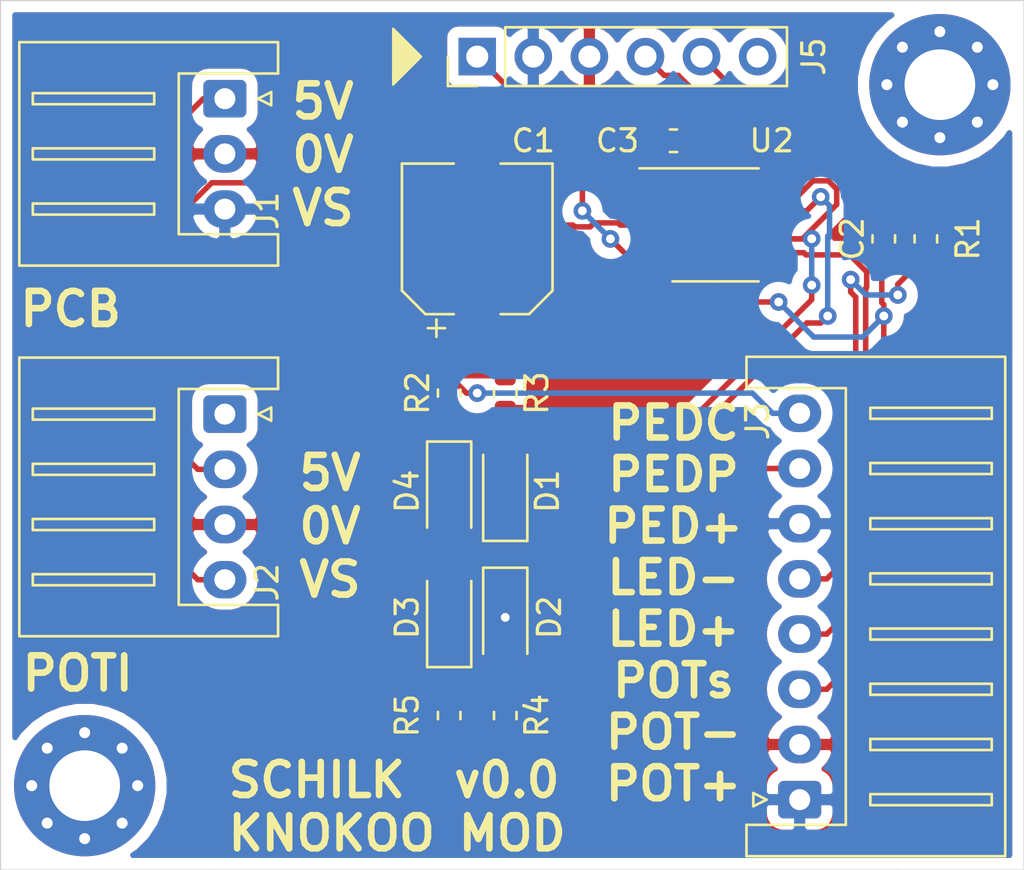
<source format=kicad_pcb>
(kicad_pcb (version 20171130) (host pcbnew "(5.1.5)-3")

  (general
    (thickness 1.6)
    (drawings 17)
    (tracks 164)
    (zones 0)
    (modules 19)
    (nets 13)
  )

  (page A4)
  (title_block
    (title "Knokoo Pedal Mod")
    (date 2020-09-26)
    (rev v0.0)
    (company "Philipp Schilk")
  )

  (layers
    (0 F.Cu signal)
    (31 B.Cu signal)
    (32 B.Adhes user)
    (33 F.Adhes user)
    (34 B.Paste user)
    (35 F.Paste user)
    (36 B.SilkS user)
    (37 F.SilkS user)
    (38 B.Mask user)
    (39 F.Mask user)
    (40 Dwgs.User user)
    (41 Cmts.User user)
    (42 Eco1.User user)
    (43 Eco2.User user)
    (44 Edge.Cuts user)
    (45 Margin user)
    (46 B.CrtYd user)
    (47 F.CrtYd user)
    (48 B.Fab user)
    (49 F.Fab user hide)
  )

  (setup
    (last_trace_width 0.25)
    (user_trace_width 0.5)
    (trace_clearance 0.2)
    (zone_clearance 0.508)
    (zone_45_only no)
    (trace_min 0.2)
    (via_size 0.8)
    (via_drill 0.4)
    (via_min_size 0.4)
    (via_min_drill 0.3)
    (uvia_size 0.3)
    (uvia_drill 0.1)
    (uvias_allowed no)
    (uvia_min_size 0.2)
    (uvia_min_drill 0.1)
    (edge_width 0.05)
    (segment_width 0.2)
    (pcb_text_width 0.3)
    (pcb_text_size 1.5 1.5)
    (mod_edge_width 0.12)
    (mod_text_size 1 1)
    (mod_text_width 0.15)
    (pad_size 1.524 1.524)
    (pad_drill 0.762)
    (pad_to_mask_clearance 0.051)
    (solder_mask_min_width 0.25)
    (aux_axis_origin 0 0)
    (visible_elements 7FFFFFFF)
    (pcbplotparams
      (layerselection 0x010fc_ffffffff)
      (usegerberextensions false)
      (usegerberattributes false)
      (usegerberadvancedattributes false)
      (creategerberjobfile false)
      (excludeedgelayer true)
      (linewidth 0.100000)
      (plotframeref false)
      (viasonmask false)
      (mode 1)
      (useauxorigin false)
      (hpglpennumber 1)
      (hpglpenspeed 20)
      (hpglpendiameter 15.000000)
      (psnegative false)
      (psa4output false)
      (plotreference true)
      (plotvalue true)
      (plotinvisibletext false)
      (padsonsilk false)
      (subtractmaskfromsilk false)
      (outputformat 1)
      (mirror false)
      (drillshape 0)
      (scaleselection 1)
      (outputdirectory "ProductionFiles/Gerber/"))
  )

  (net 0 "")
  (net 1 GND)
  (net 2 +5V)
  (net 3 /Duration_Sense)
  (net 4 "Net-(D1-Pad2)")
  (net 5 "Net-(D2-Pad2)")
  (net 6 /Intensity)
  (net 7 /KNOKKO_ON)
  (net 8 "Net-(J3-Pad8)")
  (net 9 "Net-(J3-Pad7)")
  (net 10 "Net-(J3-Pad5)")
  (net 11 /LED)
  (net 12 "Net-(J5-Pad1)")

  (net_class Default "This is the default net class."
    (clearance 0.2)
    (trace_width 0.25)
    (via_dia 0.8)
    (via_drill 0.4)
    (uvia_dia 0.3)
    (uvia_drill 0.1)
    (add_net +5V)
    (add_net /Duration_Sense)
    (add_net /Intensity)
    (add_net /KNOKKO_ON)
    (add_net /LED)
    (add_net GND)
    (add_net "Net-(D1-Pad2)")
    (add_net "Net-(D2-Pad2)")
    (add_net "Net-(J2-Pad1)")
    (add_net "Net-(J3-Pad5)")
    (add_net "Net-(J3-Pad7)")
    (add_net "Net-(J3-Pad8)")
    (add_net "Net-(J5-Pad1)")
    (add_net "Net-(J5-Pad6)")
  )

  (module Connector_JST:JST_XH_S4B-XH-A_1x04_P2.50mm_Horizontal (layer F.Cu) (tedit 5C281475) (tstamp 5F707292)
    (at 64.77 74.6125 270)
    (descr "JST XH series connector, S4B-XH-A (http://www.jst-mfg.com/product/pdf/eng/eXH.pdf), generated with kicad-footprint-generator")
    (tags "connector JST XH horizontal")
    (path /5F8A0783)
    (fp_text reference J2 (at 7.62 -1.905 90) (layer F.SilkS)
      (effects (font (size 1 1) (thickness 0.15)))
    )
    (fp_text value Conn_01x04 (at 3.75 10.4 90) (layer F.Fab)
      (effects (font (size 1 1) (thickness 0.15)))
    )
    (fp_text user %R (at 3.75 3.45 90) (layer F.Fab)
      (effects (font (size 1 1) (thickness 0.15)))
    )
    (fp_line (start 0 1.2) (end 0.625 2.2) (layer F.Fab) (width 0.1))
    (fp_line (start -0.625 2.2) (end 0 1.2) (layer F.Fab) (width 0.1))
    (fp_line (start 0.3 -2.1) (end 0 -1.5) (layer F.SilkS) (width 0.12))
    (fp_line (start -0.3 -2.1) (end 0.3 -2.1) (layer F.SilkS) (width 0.12))
    (fp_line (start 0 -1.5) (end -0.3 -2.1) (layer F.SilkS) (width 0.12))
    (fp_line (start 7.75 3.2) (end 7.25 3.2) (layer F.SilkS) (width 0.12))
    (fp_line (start 7.75 8.7) (end 7.75 3.2) (layer F.SilkS) (width 0.12))
    (fp_line (start 7.25 8.7) (end 7.75 8.7) (layer F.SilkS) (width 0.12))
    (fp_line (start 7.25 3.2) (end 7.25 8.7) (layer F.SilkS) (width 0.12))
    (fp_line (start 5.25 3.2) (end 4.75 3.2) (layer F.SilkS) (width 0.12))
    (fp_line (start 5.25 8.7) (end 5.25 3.2) (layer F.SilkS) (width 0.12))
    (fp_line (start 4.75 8.7) (end 5.25 8.7) (layer F.SilkS) (width 0.12))
    (fp_line (start 4.75 3.2) (end 4.75 8.7) (layer F.SilkS) (width 0.12))
    (fp_line (start 2.75 3.2) (end 2.25 3.2) (layer F.SilkS) (width 0.12))
    (fp_line (start 2.75 8.7) (end 2.75 3.2) (layer F.SilkS) (width 0.12))
    (fp_line (start 2.25 8.7) (end 2.75 8.7) (layer F.SilkS) (width 0.12))
    (fp_line (start 2.25 3.2) (end 2.25 8.7) (layer F.SilkS) (width 0.12))
    (fp_line (start 0.25 3.2) (end -0.25 3.2) (layer F.SilkS) (width 0.12))
    (fp_line (start 0.25 8.7) (end 0.25 3.2) (layer F.SilkS) (width 0.12))
    (fp_line (start -0.25 8.7) (end 0.25 8.7) (layer F.SilkS) (width 0.12))
    (fp_line (start -0.25 3.2) (end -0.25 8.7) (layer F.SilkS) (width 0.12))
    (fp_line (start 8.75 2.2) (end 3.75 2.2) (layer F.Fab) (width 0.1))
    (fp_line (start 8.75 -2.3) (end 8.75 2.2) (layer F.Fab) (width 0.1))
    (fp_line (start 9.95 -2.3) (end 8.75 -2.3) (layer F.Fab) (width 0.1))
    (fp_line (start 9.95 9.2) (end 9.95 -2.3) (layer F.Fab) (width 0.1))
    (fp_line (start 3.75 9.2) (end 9.95 9.2) (layer F.Fab) (width 0.1))
    (fp_line (start -1.25 2.2) (end 3.75 2.2) (layer F.Fab) (width 0.1))
    (fp_line (start -1.25 -2.3) (end -1.25 2.2) (layer F.Fab) (width 0.1))
    (fp_line (start -2.45 -2.3) (end -1.25 -2.3) (layer F.Fab) (width 0.1))
    (fp_line (start -2.45 9.2) (end -2.45 -2.3) (layer F.Fab) (width 0.1))
    (fp_line (start 3.75 9.2) (end -2.45 9.2) (layer F.Fab) (width 0.1))
    (fp_line (start 8.64 2.09) (end 3.75 2.09) (layer F.SilkS) (width 0.12))
    (fp_line (start 8.64 -2.41) (end 8.64 2.09) (layer F.SilkS) (width 0.12))
    (fp_line (start 10.06 -2.41) (end 8.64 -2.41) (layer F.SilkS) (width 0.12))
    (fp_line (start 10.06 9.31) (end 10.06 -2.41) (layer F.SilkS) (width 0.12))
    (fp_line (start 3.75 9.31) (end 10.06 9.31) (layer F.SilkS) (width 0.12))
    (fp_line (start -1.14 2.09) (end 3.75 2.09) (layer F.SilkS) (width 0.12))
    (fp_line (start -1.14 -2.41) (end -1.14 2.09) (layer F.SilkS) (width 0.12))
    (fp_line (start -2.56 -2.41) (end -1.14 -2.41) (layer F.SilkS) (width 0.12))
    (fp_line (start -2.56 9.31) (end -2.56 -2.41) (layer F.SilkS) (width 0.12))
    (fp_line (start 3.75 9.31) (end -2.56 9.31) (layer F.SilkS) (width 0.12))
    (fp_line (start 10.45 -2.8) (end -2.95 -2.8) (layer F.CrtYd) (width 0.05))
    (fp_line (start 10.45 9.7) (end 10.45 -2.8) (layer F.CrtYd) (width 0.05))
    (fp_line (start -2.95 9.7) (end 10.45 9.7) (layer F.CrtYd) (width 0.05))
    (fp_line (start -2.95 -2.8) (end -2.95 9.7) (layer F.CrtYd) (width 0.05))
    (pad 4 thru_hole oval (at 7.5 0 270) (size 1.7 1.95) (drill 0.95) (layers *.Cu *.Mask)
      (net 6 /Intensity))
    (pad 3 thru_hole oval (at 5 0 270) (size 1.7 1.95) (drill 0.95) (layers *.Cu *.Mask)
      (net 1 GND))
    (pad 2 thru_hole oval (at 2.5 0 270) (size 1.7 1.95) (drill 0.95) (layers *.Cu *.Mask)
      (net 7 /KNOKKO_ON))
    (pad 1 thru_hole roundrect (at 0 0 270) (size 1.7 1.95) (drill 0.95) (layers *.Cu *.Mask) (roundrect_rratio 0.147059))
    (model ${KISYS3DMOD}/Connector_JST.3dshapes/JST_XH_S4B-XH-A_1x04_P2.50mm_Horizontal.wrl
      (at (xyz 0 0 0))
      (scale (xyz 1 1 1))
      (rotate (xyz 0 0 0))
    )
  )

  (module Package_SO:SOIC-8_3.9x4.9mm_P1.27mm (layer F.Cu) (tedit 5D9F72B1) (tstamp 5F702384)
    (at 86.995 66.04)
    (descr "SOIC, 8 Pin (JEDEC MS-012AA, https://www.analog.com/media/en/package-pcb-resources/package/pkg_pdf/soic_narrow-r/r_8.pdf), generated with kicad-footprint-generator ipc_gullwing_generator.py")
    (tags "SOIC SO")
    (path /5F6656FA)
    (attr smd)
    (fp_text reference U2 (at 2.54 -3.81) (layer F.SilkS)
      (effects (font (size 1 1) (thickness 0.15)))
    )
    (fp_text value PIC12F1572 (at 0 3.4) (layer F.Fab)
      (effects (font (size 1 1) (thickness 0.15)))
    )
    (fp_text user %R (at 0 0) (layer F.Fab)
      (effects (font (size 0.98 0.98) (thickness 0.15)))
    )
    (fp_line (start 3.7 -2.7) (end -3.7 -2.7) (layer F.CrtYd) (width 0.05))
    (fp_line (start 3.7 2.7) (end 3.7 -2.7) (layer F.CrtYd) (width 0.05))
    (fp_line (start -3.7 2.7) (end 3.7 2.7) (layer F.CrtYd) (width 0.05))
    (fp_line (start -3.7 -2.7) (end -3.7 2.7) (layer F.CrtYd) (width 0.05))
    (fp_line (start -1.95 -1.475) (end -0.975 -2.45) (layer F.Fab) (width 0.1))
    (fp_line (start -1.95 2.45) (end -1.95 -1.475) (layer F.Fab) (width 0.1))
    (fp_line (start 1.95 2.45) (end -1.95 2.45) (layer F.Fab) (width 0.1))
    (fp_line (start 1.95 -2.45) (end 1.95 2.45) (layer F.Fab) (width 0.1))
    (fp_line (start -0.975 -2.45) (end 1.95 -2.45) (layer F.Fab) (width 0.1))
    (fp_line (start 0 -2.56) (end -3.45 -2.56) (layer F.SilkS) (width 0.12))
    (fp_line (start 0 -2.56) (end 1.95 -2.56) (layer F.SilkS) (width 0.12))
    (fp_line (start 0 2.56) (end -1.95 2.56) (layer F.SilkS) (width 0.12))
    (fp_line (start 0 2.56) (end 1.95 2.56) (layer F.SilkS) (width 0.12))
    (pad 8 smd roundrect (at 2.475 -1.905) (size 1.95 0.6) (layers F.Cu F.Paste F.Mask) (roundrect_rratio 0.25)
      (net 1 GND))
    (pad 7 smd roundrect (at 2.475 -0.635) (size 1.95 0.6) (layers F.Cu F.Paste F.Mask) (roundrect_rratio 0.25)
      (net 5 "Net-(D2-Pad2)"))
    (pad 6 smd roundrect (at 2.475 0.635) (size 1.95 0.6) (layers F.Cu F.Paste F.Mask) (roundrect_rratio 0.25)
      (net 4 "Net-(D1-Pad2)"))
    (pad 5 smd roundrect (at 2.475 1.905) (size 1.95 0.6) (layers F.Cu F.Paste F.Mask) (roundrect_rratio 0.25)
      (net 7 /KNOKKO_ON))
    (pad 4 smd roundrect (at -2.475 1.905) (size 1.95 0.6) (layers F.Cu F.Paste F.Mask) (roundrect_rratio 0.25)
      (net 12 "Net-(J5-Pad1)"))
    (pad 3 smd roundrect (at -2.475 0.635) (size 1.95 0.6) (layers F.Cu F.Paste F.Mask) (roundrect_rratio 0.25)
      (net 3 /Duration_Sense))
    (pad 2 smd roundrect (at -2.475 -0.635) (size 1.95 0.6) (layers F.Cu F.Paste F.Mask) (roundrect_rratio 0.25)
      (net 11 /LED))
    (pad 1 smd roundrect (at -2.475 -1.905) (size 1.95 0.6) (layers F.Cu F.Paste F.Mask) (roundrect_rratio 0.25)
      (net 2 +5V))
    (model ${KISYS3DMOD}/Package_SO.3dshapes/SOIC-8_3.9x4.9mm_P1.27mm.wrl
      (at (xyz 0 0 0))
      (scale (xyz 1 1 1))
      (rotate (xyz 0 0 0))
    )
  )

  (module Resistor_SMD:R_0603_1608Metric (layer F.Cu) (tedit 5B301BBD) (tstamp 5F70236A)
    (at 74.93 88.265 90)
    (descr "Resistor SMD 0603 (1608 Metric), square (rectangular) end terminal, IPC_7351 nominal, (Body size source: http://www.tortai-tech.com/upload/download/2011102023233369053.pdf), generated with kicad-footprint-generator")
    (tags resistor)
    (path /5EF4D245)
    (attr smd)
    (fp_text reference R5 (at 0 -1.905 90) (layer F.SilkS)
      (effects (font (size 1 1) (thickness 0.15)))
    )
    (fp_text value 10K (at 0 1.43 90) (layer F.Fab)
      (effects (font (size 1 1) (thickness 0.15)))
    )
    (fp_text user %R (at 0 0 90) (layer F.Fab)
      (effects (font (size 0.4 0.4) (thickness 0.06)))
    )
    (fp_line (start 1.48 0.73) (end -1.48 0.73) (layer F.CrtYd) (width 0.05))
    (fp_line (start 1.48 -0.73) (end 1.48 0.73) (layer F.CrtYd) (width 0.05))
    (fp_line (start -1.48 -0.73) (end 1.48 -0.73) (layer F.CrtYd) (width 0.05))
    (fp_line (start -1.48 0.73) (end -1.48 -0.73) (layer F.CrtYd) (width 0.05))
    (fp_line (start -0.162779 0.51) (end 0.162779 0.51) (layer F.SilkS) (width 0.12))
    (fp_line (start -0.162779 -0.51) (end 0.162779 -0.51) (layer F.SilkS) (width 0.12))
    (fp_line (start 0.8 0.4) (end -0.8 0.4) (layer F.Fab) (width 0.1))
    (fp_line (start 0.8 -0.4) (end 0.8 0.4) (layer F.Fab) (width 0.1))
    (fp_line (start -0.8 -0.4) (end 0.8 -0.4) (layer F.Fab) (width 0.1))
    (fp_line (start -0.8 0.4) (end -0.8 -0.4) (layer F.Fab) (width 0.1))
    (pad 2 smd roundrect (at 0.7875 0 90) (size 0.875 0.95) (layers F.Cu F.Paste F.Mask) (roundrect_rratio 0.25)
      (net 1 GND))
    (pad 1 smd roundrect (at -0.7875 0 90) (size 0.875 0.95) (layers F.Cu F.Paste F.Mask) (roundrect_rratio 0.25)
      (net 9 "Net-(J3-Pad7)"))
    (model ${KISYS3DMOD}/Resistor_SMD.3dshapes/R_0603_1608Metric.wrl
      (at (xyz 0 0 0))
      (scale (xyz 1 1 1))
      (rotate (xyz 0 0 0))
    )
  )

  (module Resistor_SMD:R_0603_1608Metric (layer F.Cu) (tedit 5B301BBD) (tstamp 5F702359)
    (at 77.47 88.265 270)
    (descr "Resistor SMD 0603 (1608 Metric), square (rectangular) end terminal, IPC_7351 nominal, (Body size source: http://www.tortai-tech.com/upload/download/2011102023233369053.pdf), generated with kicad-footprint-generator")
    (tags resistor)
    (path /5EF6DFF7)
    (attr smd)
    (fp_text reference R4 (at 0 -1.43 90) (layer F.SilkS)
      (effects (font (size 1 1) (thickness 0.15)))
    )
    (fp_text value 10K (at 0 1.43 90) (layer F.Fab)
      (effects (font (size 1 1) (thickness 0.15)))
    )
    (fp_text user %R (at 0 0 90) (layer F.Fab)
      (effects (font (size 0.4 0.4) (thickness 0.06)))
    )
    (fp_line (start 1.48 0.73) (end -1.48 0.73) (layer F.CrtYd) (width 0.05))
    (fp_line (start 1.48 -0.73) (end 1.48 0.73) (layer F.CrtYd) (width 0.05))
    (fp_line (start -1.48 -0.73) (end 1.48 -0.73) (layer F.CrtYd) (width 0.05))
    (fp_line (start -1.48 0.73) (end -1.48 -0.73) (layer F.CrtYd) (width 0.05))
    (fp_line (start -0.162779 0.51) (end 0.162779 0.51) (layer F.SilkS) (width 0.12))
    (fp_line (start -0.162779 -0.51) (end 0.162779 -0.51) (layer F.SilkS) (width 0.12))
    (fp_line (start 0.8 0.4) (end -0.8 0.4) (layer F.Fab) (width 0.1))
    (fp_line (start 0.8 -0.4) (end 0.8 0.4) (layer F.Fab) (width 0.1))
    (fp_line (start -0.8 -0.4) (end 0.8 -0.4) (layer F.Fab) (width 0.1))
    (fp_line (start -0.8 0.4) (end -0.8 -0.4) (layer F.Fab) (width 0.1))
    (pad 2 smd roundrect (at 0.7875 0 270) (size 0.875 0.95) (layers F.Cu F.Paste F.Mask) (roundrect_rratio 0.25)
      (net 9 "Net-(J3-Pad7)"))
    (pad 1 smd roundrect (at -0.7875 0 270) (size 0.875 0.95) (layers F.Cu F.Paste F.Mask) (roundrect_rratio 0.25)
      (net 5 "Net-(D2-Pad2)"))
    (model ${KISYS3DMOD}/Resistor_SMD.3dshapes/R_0603_1608Metric.wrl
      (at (xyz 0 0 0))
      (scale (xyz 1 1 1))
      (rotate (xyz 0 0 0))
    )
  )

  (module Resistor_SMD:R_0603_1608Metric (layer F.Cu) (tedit 5B301BBD) (tstamp 5F702348)
    (at 77.47 73.66 270)
    (descr "Resistor SMD 0603 (1608 Metric), square (rectangular) end terminal, IPC_7351 nominal, (Body size source: http://www.tortai-tech.com/upload/download/2011102023233369053.pdf), generated with kicad-footprint-generator")
    (tags resistor)
    (path /5F8384A1)
    (attr smd)
    (fp_text reference R3 (at 0 -1.43 90) (layer F.SilkS)
      (effects (font (size 1 1) (thickness 0.15)))
    )
    (fp_text value 10K (at 0 1.43 90) (layer F.Fab)
      (effects (font (size 1 1) (thickness 0.15)))
    )
    (fp_text user %R (at 0 0 90) (layer F.Fab)
      (effects (font (size 0.4 0.4) (thickness 0.06)))
    )
    (fp_line (start 1.48 0.73) (end -1.48 0.73) (layer F.CrtYd) (width 0.05))
    (fp_line (start 1.48 -0.73) (end 1.48 0.73) (layer F.CrtYd) (width 0.05))
    (fp_line (start -1.48 -0.73) (end 1.48 -0.73) (layer F.CrtYd) (width 0.05))
    (fp_line (start -1.48 0.73) (end -1.48 -0.73) (layer F.CrtYd) (width 0.05))
    (fp_line (start -0.162779 0.51) (end 0.162779 0.51) (layer F.SilkS) (width 0.12))
    (fp_line (start -0.162779 -0.51) (end 0.162779 -0.51) (layer F.SilkS) (width 0.12))
    (fp_line (start 0.8 0.4) (end -0.8 0.4) (layer F.Fab) (width 0.1))
    (fp_line (start 0.8 -0.4) (end 0.8 0.4) (layer F.Fab) (width 0.1))
    (fp_line (start -0.8 -0.4) (end 0.8 -0.4) (layer F.Fab) (width 0.1))
    (fp_line (start -0.8 0.4) (end -0.8 -0.4) (layer F.Fab) (width 0.1))
    (pad 2 smd roundrect (at 0.7875 0 270) (size 0.875 0.95) (layers F.Cu F.Paste F.Mask) (roundrect_rratio 0.25)
      (net 1 GND))
    (pad 1 smd roundrect (at -0.7875 0 270) (size 0.875 0.95) (layers F.Cu F.Paste F.Mask) (roundrect_rratio 0.25)
      (net 8 "Net-(J3-Pad8)"))
    (model ${KISYS3DMOD}/Resistor_SMD.3dshapes/R_0603_1608Metric.wrl
      (at (xyz 0 0 0))
      (scale (xyz 1 1 1))
      (rotate (xyz 0 0 0))
    )
  )

  (module Resistor_SMD:R_0603_1608Metric (layer F.Cu) (tedit 5B301BBD) (tstamp 5F702337)
    (at 74.93 73.66 90)
    (descr "Resistor SMD 0603 (1608 Metric), square (rectangular) end terminal, IPC_7351 nominal, (Body size source: http://www.tortai-tech.com/upload/download/2011102023233369053.pdf), generated with kicad-footprint-generator")
    (tags resistor)
    (path /5F8384BB)
    (attr smd)
    (fp_text reference R2 (at 0 -1.43 90) (layer F.SilkS)
      (effects (font (size 1 1) (thickness 0.15)))
    )
    (fp_text value 10K (at 0 1.43 90) (layer F.Fab)
      (effects (font (size 1 1) (thickness 0.15)))
    )
    (fp_text user %R (at 0 0 90) (layer F.Fab)
      (effects (font (size 0.4 0.4) (thickness 0.06)))
    )
    (fp_line (start 1.48 0.73) (end -1.48 0.73) (layer F.CrtYd) (width 0.05))
    (fp_line (start 1.48 -0.73) (end 1.48 0.73) (layer F.CrtYd) (width 0.05))
    (fp_line (start -1.48 -0.73) (end 1.48 -0.73) (layer F.CrtYd) (width 0.05))
    (fp_line (start -1.48 0.73) (end -1.48 -0.73) (layer F.CrtYd) (width 0.05))
    (fp_line (start -0.162779 0.51) (end 0.162779 0.51) (layer F.SilkS) (width 0.12))
    (fp_line (start -0.162779 -0.51) (end 0.162779 -0.51) (layer F.SilkS) (width 0.12))
    (fp_line (start 0.8 0.4) (end -0.8 0.4) (layer F.Fab) (width 0.1))
    (fp_line (start 0.8 -0.4) (end 0.8 0.4) (layer F.Fab) (width 0.1))
    (fp_line (start -0.8 -0.4) (end 0.8 -0.4) (layer F.Fab) (width 0.1))
    (fp_line (start -0.8 0.4) (end -0.8 -0.4) (layer F.Fab) (width 0.1))
    (pad 2 smd roundrect (at 0.7875 0 90) (size 0.875 0.95) (layers F.Cu F.Paste F.Mask) (roundrect_rratio 0.25)
      (net 8 "Net-(J3-Pad8)"))
    (pad 1 smd roundrect (at -0.7875 0 90) (size 0.875 0.95) (layers F.Cu F.Paste F.Mask) (roundrect_rratio 0.25)
      (net 4 "Net-(D1-Pad2)"))
    (model ${KISYS3DMOD}/Resistor_SMD.3dshapes/R_0603_1608Metric.wrl
      (at (xyz 0 0 0))
      (scale (xyz 1 1 1))
      (rotate (xyz 0 0 0))
    )
  )

  (module Resistor_SMD:R_0603_1608Metric (layer F.Cu) (tedit 5B301BBD) (tstamp 5F702326)
    (at 96.52 66.675 90)
    (descr "Resistor SMD 0603 (1608 Metric), square (rectangular) end terminal, IPC_7351 nominal, (Body size source: http://www.tortai-tech.com/upload/download/2011102023233369053.pdf), generated with kicad-footprint-generator")
    (tags resistor)
    (path /5F810B39)
    (attr smd)
    (fp_text reference R1 (at 0 1.905 90) (layer F.SilkS)
      (effects (font (size 1 1) (thickness 0.15)))
    )
    (fp_text value 1K (at 0 1.43 90) (layer F.Fab)
      (effects (font (size 1 1) (thickness 0.15)))
    )
    (fp_text user %R (at 0 0 90) (layer F.Fab)
      (effects (font (size 0.4 0.4) (thickness 0.06)))
    )
    (fp_line (start 1.48 0.73) (end -1.48 0.73) (layer F.CrtYd) (width 0.05))
    (fp_line (start 1.48 -0.73) (end 1.48 0.73) (layer F.CrtYd) (width 0.05))
    (fp_line (start -1.48 -0.73) (end 1.48 -0.73) (layer F.CrtYd) (width 0.05))
    (fp_line (start -1.48 0.73) (end -1.48 -0.73) (layer F.CrtYd) (width 0.05))
    (fp_line (start -0.162779 0.51) (end 0.162779 0.51) (layer F.SilkS) (width 0.12))
    (fp_line (start -0.162779 -0.51) (end 0.162779 -0.51) (layer F.SilkS) (width 0.12))
    (fp_line (start 0.8 0.4) (end -0.8 0.4) (layer F.Fab) (width 0.1))
    (fp_line (start 0.8 -0.4) (end 0.8 0.4) (layer F.Fab) (width 0.1))
    (fp_line (start -0.8 -0.4) (end 0.8 -0.4) (layer F.Fab) (width 0.1))
    (fp_line (start -0.8 0.4) (end -0.8 -0.4) (layer F.Fab) (width 0.1))
    (pad 2 smd roundrect (at 0.7875 0 90) (size 0.875 0.95) (layers F.Cu F.Paste F.Mask) (roundrect_rratio 0.25)
      (net 1 GND))
    (pad 1 smd roundrect (at -0.7875 0 90) (size 0.875 0.95) (layers F.Cu F.Paste F.Mask) (roundrect_rratio 0.25)
      (net 10 "Net-(J3-Pad5)"))
    (model ${KISYS3DMOD}/Resistor_SMD.3dshapes/R_0603_1608Metric.wrl
      (at (xyz 0 0 0))
      (scale (xyz 1 1 1))
      (rotate (xyz 0 0 0))
    )
  )

  (module Connector_PinHeader_2.54mm:PinHeader_1x06_P2.54mm_Vertical (layer F.Cu) (tedit 59FED5CC) (tstamp 5F702315)
    (at 76.2 58.42 90)
    (descr "Through hole straight pin header, 1x06, 2.54mm pitch, single row")
    (tags "Through hole pin header THT 1x06 2.54mm single row")
    (path /5EF2A6F2)
    (fp_text reference J5 (at 0 15.24 90) (layer F.SilkS)
      (effects (font (size 1 1) (thickness 0.15)))
    )
    (fp_text value ICSP (at 0 15.03 90) (layer F.Fab)
      (effects (font (size 1 1) (thickness 0.15)))
    )
    (fp_text user %R (at 0 6.35) (layer F.Fab)
      (effects (font (size 1 1) (thickness 0.15)))
    )
    (fp_line (start 1.8 -1.8) (end -1.8 -1.8) (layer F.CrtYd) (width 0.05))
    (fp_line (start 1.8 14.5) (end 1.8 -1.8) (layer F.CrtYd) (width 0.05))
    (fp_line (start -1.8 14.5) (end 1.8 14.5) (layer F.CrtYd) (width 0.05))
    (fp_line (start -1.8 -1.8) (end -1.8 14.5) (layer F.CrtYd) (width 0.05))
    (fp_line (start -1.33 -1.33) (end 0 -1.33) (layer F.SilkS) (width 0.12))
    (fp_line (start -1.33 0) (end -1.33 -1.33) (layer F.SilkS) (width 0.12))
    (fp_line (start -1.33 1.27) (end 1.33 1.27) (layer F.SilkS) (width 0.12))
    (fp_line (start 1.33 1.27) (end 1.33 14.03) (layer F.SilkS) (width 0.12))
    (fp_line (start -1.33 1.27) (end -1.33 14.03) (layer F.SilkS) (width 0.12))
    (fp_line (start -1.33 14.03) (end 1.33 14.03) (layer F.SilkS) (width 0.12))
    (fp_line (start -1.27 -0.635) (end -0.635 -1.27) (layer F.Fab) (width 0.1))
    (fp_line (start -1.27 13.97) (end -1.27 -0.635) (layer F.Fab) (width 0.1))
    (fp_line (start 1.27 13.97) (end -1.27 13.97) (layer F.Fab) (width 0.1))
    (fp_line (start 1.27 -1.27) (end 1.27 13.97) (layer F.Fab) (width 0.1))
    (fp_line (start -0.635 -1.27) (end 1.27 -1.27) (layer F.Fab) (width 0.1))
    (pad 6 thru_hole oval (at 0 12.7 90) (size 1.7 1.7) (drill 1) (layers *.Cu *.Mask))
    (pad 5 thru_hole oval (at 0 10.16 90) (size 1.7 1.7) (drill 1) (layers *.Cu *.Mask)
      (net 4 "Net-(D1-Pad2)"))
    (pad 4 thru_hole oval (at 0 7.62 90) (size 1.7 1.7) (drill 1) (layers *.Cu *.Mask)
      (net 5 "Net-(D2-Pad2)"))
    (pad 3 thru_hole oval (at 0 5.08 90) (size 1.7 1.7) (drill 1) (layers *.Cu *.Mask)
      (net 1 GND))
    (pad 2 thru_hole oval (at 0 2.54 90) (size 1.7 1.7) (drill 1) (layers *.Cu *.Mask)
      (net 2 +5V))
    (pad 1 thru_hole rect (at 0 0 90) (size 1.7 1.7) (drill 1) (layers *.Cu *.Mask)
      (net 12 "Net-(J5-Pad1)"))
    (model ${KISYS3DMOD}/Connector_PinHeader_2.54mm.3dshapes/PinHeader_1x06_P2.54mm_Vertical.wrl
      (at (xyz 0 0 0))
      (scale (xyz 1 1 1))
      (rotate (xyz 0 0 0))
    )
  )

  (module Connector_JST:JST_XH_S8B-XH-A_1x08_P2.50mm_Horizontal (layer F.Cu) (tedit 5C281475) (tstamp 5F7022FB)
    (at 90.805 92.075 90)
    (descr "JST XH series connector, S8B-XH-A (http://www.jst-mfg.com/product/pdf/eng/eXH.pdf), generated with kicad-footprint-generator")
    (tags "connector JST XH horizontal")
    (path /5F77DCB6)
    (fp_text reference J3 (at 17.145 -1.905 90) (layer F.SilkS)
      (effects (font (size 1 1) (thickness 0.15)))
    )
    (fp_text value UI (at 8.75 10.4 90) (layer F.Fab)
      (effects (font (size 1 1) (thickness 0.15)))
    )
    (fp_text user %R (at 8.75 3.45 90) (layer F.Fab)
      (effects (font (size 1 1) (thickness 0.15)))
    )
    (fp_line (start 0 1.2) (end 0.625 2.2) (layer F.Fab) (width 0.1))
    (fp_line (start -0.625 2.2) (end 0 1.2) (layer F.Fab) (width 0.1))
    (fp_line (start 0.3 -2.1) (end 0 -1.5) (layer F.SilkS) (width 0.12))
    (fp_line (start -0.3 -2.1) (end 0.3 -2.1) (layer F.SilkS) (width 0.12))
    (fp_line (start 0 -1.5) (end -0.3 -2.1) (layer F.SilkS) (width 0.12))
    (fp_line (start 17.75 3.2) (end 17.25 3.2) (layer F.SilkS) (width 0.12))
    (fp_line (start 17.75 8.7) (end 17.75 3.2) (layer F.SilkS) (width 0.12))
    (fp_line (start 17.25 8.7) (end 17.75 8.7) (layer F.SilkS) (width 0.12))
    (fp_line (start 17.25 3.2) (end 17.25 8.7) (layer F.SilkS) (width 0.12))
    (fp_line (start 15.25 3.2) (end 14.75 3.2) (layer F.SilkS) (width 0.12))
    (fp_line (start 15.25 8.7) (end 15.25 3.2) (layer F.SilkS) (width 0.12))
    (fp_line (start 14.75 8.7) (end 15.25 8.7) (layer F.SilkS) (width 0.12))
    (fp_line (start 14.75 3.2) (end 14.75 8.7) (layer F.SilkS) (width 0.12))
    (fp_line (start 12.75 3.2) (end 12.25 3.2) (layer F.SilkS) (width 0.12))
    (fp_line (start 12.75 8.7) (end 12.75 3.2) (layer F.SilkS) (width 0.12))
    (fp_line (start 12.25 8.7) (end 12.75 8.7) (layer F.SilkS) (width 0.12))
    (fp_line (start 12.25 3.2) (end 12.25 8.7) (layer F.SilkS) (width 0.12))
    (fp_line (start 10.25 3.2) (end 9.75 3.2) (layer F.SilkS) (width 0.12))
    (fp_line (start 10.25 8.7) (end 10.25 3.2) (layer F.SilkS) (width 0.12))
    (fp_line (start 9.75 8.7) (end 10.25 8.7) (layer F.SilkS) (width 0.12))
    (fp_line (start 9.75 3.2) (end 9.75 8.7) (layer F.SilkS) (width 0.12))
    (fp_line (start 7.75 3.2) (end 7.25 3.2) (layer F.SilkS) (width 0.12))
    (fp_line (start 7.75 8.7) (end 7.75 3.2) (layer F.SilkS) (width 0.12))
    (fp_line (start 7.25 8.7) (end 7.75 8.7) (layer F.SilkS) (width 0.12))
    (fp_line (start 7.25 3.2) (end 7.25 8.7) (layer F.SilkS) (width 0.12))
    (fp_line (start 5.25 3.2) (end 4.75 3.2) (layer F.SilkS) (width 0.12))
    (fp_line (start 5.25 8.7) (end 5.25 3.2) (layer F.SilkS) (width 0.12))
    (fp_line (start 4.75 8.7) (end 5.25 8.7) (layer F.SilkS) (width 0.12))
    (fp_line (start 4.75 3.2) (end 4.75 8.7) (layer F.SilkS) (width 0.12))
    (fp_line (start 2.75 3.2) (end 2.25 3.2) (layer F.SilkS) (width 0.12))
    (fp_line (start 2.75 8.7) (end 2.75 3.2) (layer F.SilkS) (width 0.12))
    (fp_line (start 2.25 8.7) (end 2.75 8.7) (layer F.SilkS) (width 0.12))
    (fp_line (start 2.25 3.2) (end 2.25 8.7) (layer F.SilkS) (width 0.12))
    (fp_line (start 0.25 3.2) (end -0.25 3.2) (layer F.SilkS) (width 0.12))
    (fp_line (start 0.25 8.7) (end 0.25 3.2) (layer F.SilkS) (width 0.12))
    (fp_line (start -0.25 8.7) (end 0.25 8.7) (layer F.SilkS) (width 0.12))
    (fp_line (start -0.25 3.2) (end -0.25 8.7) (layer F.SilkS) (width 0.12))
    (fp_line (start 18.75 2.2) (end 8.75 2.2) (layer F.Fab) (width 0.1))
    (fp_line (start 18.75 -2.3) (end 18.75 2.2) (layer F.Fab) (width 0.1))
    (fp_line (start 19.95 -2.3) (end 18.75 -2.3) (layer F.Fab) (width 0.1))
    (fp_line (start 19.95 9.2) (end 19.95 -2.3) (layer F.Fab) (width 0.1))
    (fp_line (start 8.75 9.2) (end 19.95 9.2) (layer F.Fab) (width 0.1))
    (fp_line (start -1.25 2.2) (end 8.75 2.2) (layer F.Fab) (width 0.1))
    (fp_line (start -1.25 -2.3) (end -1.25 2.2) (layer F.Fab) (width 0.1))
    (fp_line (start -2.45 -2.3) (end -1.25 -2.3) (layer F.Fab) (width 0.1))
    (fp_line (start -2.45 9.2) (end -2.45 -2.3) (layer F.Fab) (width 0.1))
    (fp_line (start 8.75 9.2) (end -2.45 9.2) (layer F.Fab) (width 0.1))
    (fp_line (start 18.64 2.09) (end 8.75 2.09) (layer F.SilkS) (width 0.12))
    (fp_line (start 18.64 -2.41) (end 18.64 2.09) (layer F.SilkS) (width 0.12))
    (fp_line (start 20.06 -2.41) (end 18.64 -2.41) (layer F.SilkS) (width 0.12))
    (fp_line (start 20.06 9.31) (end 20.06 -2.41) (layer F.SilkS) (width 0.12))
    (fp_line (start 8.75 9.31) (end 20.06 9.31) (layer F.SilkS) (width 0.12))
    (fp_line (start -1.14 2.09) (end 8.75 2.09) (layer F.SilkS) (width 0.12))
    (fp_line (start -1.14 -2.41) (end -1.14 2.09) (layer F.SilkS) (width 0.12))
    (fp_line (start -2.56 -2.41) (end -1.14 -2.41) (layer F.SilkS) (width 0.12))
    (fp_line (start -2.56 9.31) (end -2.56 -2.41) (layer F.SilkS) (width 0.12))
    (fp_line (start 8.75 9.31) (end -2.56 9.31) (layer F.SilkS) (width 0.12))
    (fp_line (start 20.45 -2.8) (end -2.95 -2.8) (layer F.CrtYd) (width 0.05))
    (fp_line (start 20.45 9.7) (end 20.45 -2.8) (layer F.CrtYd) (width 0.05))
    (fp_line (start -2.95 9.7) (end 20.45 9.7) (layer F.CrtYd) (width 0.05))
    (fp_line (start -2.95 -2.8) (end -2.95 9.7) (layer F.CrtYd) (width 0.05))
    (pad 8 thru_hole oval (at 17.5 0 90) (size 1.7 1.95) (drill 0.95) (layers *.Cu *.Mask)
      (net 8 "Net-(J3-Pad8)"))
    (pad 7 thru_hole oval (at 15 0 90) (size 1.7 1.95) (drill 0.95) (layers *.Cu *.Mask)
      (net 9 "Net-(J3-Pad7)"))
    (pad 6 thru_hole oval (at 12.5 0 90) (size 1.7 1.95) (drill 0.95) (layers *.Cu *.Mask)
      (net 2 +5V))
    (pad 5 thru_hole oval (at 10 0 90) (size 1.7 1.95) (drill 0.95) (layers *.Cu *.Mask)
      (net 10 "Net-(J3-Pad5)"))
    (pad 4 thru_hole oval (at 7.5 0 90) (size 1.7 1.95) (drill 0.95) (layers *.Cu *.Mask)
      (net 11 /LED))
    (pad 3 thru_hole oval (at 5 0 90) (size 1.7 1.95) (drill 0.95) (layers *.Cu *.Mask)
      (net 3 /Duration_Sense))
    (pad 2 thru_hole oval (at 2.5 0 90) (size 1.7 1.95) (drill 0.95) (layers *.Cu *.Mask)
      (net 1 GND))
    (pad 1 thru_hole roundrect (at 0 0 90) (size 1.7 1.95) (drill 0.95) (layers *.Cu *.Mask) (roundrect_rratio 0.147059)
      (net 2 +5V))
    (model ${KISYS3DMOD}/Connector_JST.3dshapes/JST_XH_S8B-XH-A_1x08_P2.50mm_Horizontal.wrl
      (at (xyz 0 0 0))
      (scale (xyz 1 1 1))
      (rotate (xyz 0 0 0))
    )
  )

  (module Connector_JST:JST_XH_S3B-XH-A_1x03_P2.50mm_Horizontal (layer F.Cu) (tedit 5C281475) (tstamp 5F70227B)
    (at 64.77 60.325 270)
    (descr "JST XH series connector, S3B-XH-A (http://www.jst-mfg.com/product/pdf/eng/eXH.pdf), generated with kicad-footprint-generator")
    (tags "connector JST XH horizontal")
    (path /5F723E53)
    (fp_text reference J1 (at 5.08 -1.905 90) (layer F.SilkS)
      (effects (font (size 1 1) (thickness 0.15)))
    )
    (fp_text value "MAIN PCB CONNECTION" (at 2.5 10.4 90) (layer F.Fab)
      (effects (font (size 1 1) (thickness 0.15)))
    )
    (fp_text user %R (at 2.5 3.45 90) (layer F.Fab)
      (effects (font (size 1 1) (thickness 0.15)))
    )
    (fp_line (start 0 1.2) (end 0.625 2.2) (layer F.Fab) (width 0.1))
    (fp_line (start -0.625 2.2) (end 0 1.2) (layer F.Fab) (width 0.1))
    (fp_line (start 0.3 -2.1) (end 0 -1.5) (layer F.SilkS) (width 0.12))
    (fp_line (start -0.3 -2.1) (end 0.3 -2.1) (layer F.SilkS) (width 0.12))
    (fp_line (start 0 -1.5) (end -0.3 -2.1) (layer F.SilkS) (width 0.12))
    (fp_line (start 5.25 3.2) (end 4.75 3.2) (layer F.SilkS) (width 0.12))
    (fp_line (start 5.25 8.7) (end 5.25 3.2) (layer F.SilkS) (width 0.12))
    (fp_line (start 4.75 8.7) (end 5.25 8.7) (layer F.SilkS) (width 0.12))
    (fp_line (start 4.75 3.2) (end 4.75 8.7) (layer F.SilkS) (width 0.12))
    (fp_line (start 2.75 3.2) (end 2.25 3.2) (layer F.SilkS) (width 0.12))
    (fp_line (start 2.75 8.7) (end 2.75 3.2) (layer F.SilkS) (width 0.12))
    (fp_line (start 2.25 8.7) (end 2.75 8.7) (layer F.SilkS) (width 0.12))
    (fp_line (start 2.25 3.2) (end 2.25 8.7) (layer F.SilkS) (width 0.12))
    (fp_line (start 0.25 3.2) (end -0.25 3.2) (layer F.SilkS) (width 0.12))
    (fp_line (start 0.25 8.7) (end 0.25 3.2) (layer F.SilkS) (width 0.12))
    (fp_line (start -0.25 8.7) (end 0.25 8.7) (layer F.SilkS) (width 0.12))
    (fp_line (start -0.25 3.2) (end -0.25 8.7) (layer F.SilkS) (width 0.12))
    (fp_line (start 6.25 2.2) (end 2.5 2.2) (layer F.Fab) (width 0.1))
    (fp_line (start 6.25 -2.3) (end 6.25 2.2) (layer F.Fab) (width 0.1))
    (fp_line (start 7.45 -2.3) (end 6.25 -2.3) (layer F.Fab) (width 0.1))
    (fp_line (start 7.45 9.2) (end 7.45 -2.3) (layer F.Fab) (width 0.1))
    (fp_line (start 2.5 9.2) (end 7.45 9.2) (layer F.Fab) (width 0.1))
    (fp_line (start -1.25 2.2) (end 2.5 2.2) (layer F.Fab) (width 0.1))
    (fp_line (start -1.25 -2.3) (end -1.25 2.2) (layer F.Fab) (width 0.1))
    (fp_line (start -2.45 -2.3) (end -1.25 -2.3) (layer F.Fab) (width 0.1))
    (fp_line (start -2.45 9.2) (end -2.45 -2.3) (layer F.Fab) (width 0.1))
    (fp_line (start 2.5 9.2) (end -2.45 9.2) (layer F.Fab) (width 0.1))
    (fp_line (start 6.14 2.09) (end 2.5 2.09) (layer F.SilkS) (width 0.12))
    (fp_line (start 6.14 -2.41) (end 6.14 2.09) (layer F.SilkS) (width 0.12))
    (fp_line (start 7.56 -2.41) (end 6.14 -2.41) (layer F.SilkS) (width 0.12))
    (fp_line (start 7.56 9.31) (end 7.56 -2.41) (layer F.SilkS) (width 0.12))
    (fp_line (start 2.5 9.31) (end 7.56 9.31) (layer F.SilkS) (width 0.12))
    (fp_line (start -1.14 2.09) (end 2.5 2.09) (layer F.SilkS) (width 0.12))
    (fp_line (start -1.14 -2.41) (end -1.14 2.09) (layer F.SilkS) (width 0.12))
    (fp_line (start -2.56 -2.41) (end -1.14 -2.41) (layer F.SilkS) (width 0.12))
    (fp_line (start -2.56 9.31) (end -2.56 -2.41) (layer F.SilkS) (width 0.12))
    (fp_line (start 2.5 9.31) (end -2.56 9.31) (layer F.SilkS) (width 0.12))
    (fp_line (start 7.95 -2.8) (end -2.95 -2.8) (layer F.CrtYd) (width 0.05))
    (fp_line (start 7.95 9.7) (end 7.95 -2.8) (layer F.CrtYd) (width 0.05))
    (fp_line (start -2.95 9.7) (end 7.95 9.7) (layer F.CrtYd) (width 0.05))
    (fp_line (start -2.95 -2.8) (end -2.95 9.7) (layer F.CrtYd) (width 0.05))
    (pad 3 thru_hole oval (at 5 0 270) (size 1.7 1.95) (drill 0.95) (layers *.Cu *.Mask)
      (net 2 +5V))
    (pad 2 thru_hole oval (at 2.5 0 270) (size 1.7 1.95) (drill 0.95) (layers *.Cu *.Mask)
      (net 1 GND))
    (pad 1 thru_hole roundrect (at 0 0 270) (size 1.7 1.95) (drill 0.95) (layers *.Cu *.Mask) (roundrect_rratio 0.147059)
      (net 6 /Intensity))
    (model ${KISYS3DMOD}/Connector_JST.3dshapes/JST_XH_S3B-XH-A_1x03_P2.50mm_Horizontal.wrl
      (at (xyz 0 0 0))
      (scale (xyz 1 1 1))
      (rotate (xyz 0 0 0))
    )
  )

  (module MountingHole:MountingHole_3.2mm_M3_Pad_Via (layer F.Cu) (tedit 56DDBCCA) (tstamp 5F70224A)
    (at 58.42 91.44)
    (descr "Mounting Hole 3.2mm, M3")
    (tags "mounting hole 3.2mm m3")
    (path /5F869A83)
    (attr virtual)
    (fp_text reference H2 (at 4.445 2.54) (layer F.SilkS) hide
      (effects (font (size 1 1) (thickness 0.15)))
    )
    (fp_text value MountingHole (at 0 4.2) (layer F.Fab)
      (effects (font (size 1 1) (thickness 0.15)))
    )
    (fp_circle (center 0 0) (end 3.45 0) (layer F.CrtYd) (width 0.05))
    (fp_circle (center 0 0) (end 3.2 0) (layer Cmts.User) (width 0.15))
    (fp_text user %R (at 0.3 0) (layer F.Fab)
      (effects (font (size 1 1) (thickness 0.15)))
    )
    (pad 1 thru_hole circle (at 1.697056 -1.697056) (size 0.8 0.8) (drill 0.5) (layers *.Cu *.Mask))
    (pad 1 thru_hole circle (at 0 -2.4) (size 0.8 0.8) (drill 0.5) (layers *.Cu *.Mask))
    (pad 1 thru_hole circle (at -1.697056 -1.697056) (size 0.8 0.8) (drill 0.5) (layers *.Cu *.Mask))
    (pad 1 thru_hole circle (at -2.4 0) (size 0.8 0.8) (drill 0.5) (layers *.Cu *.Mask))
    (pad 1 thru_hole circle (at -1.697056 1.697056) (size 0.8 0.8) (drill 0.5) (layers *.Cu *.Mask))
    (pad 1 thru_hole circle (at 0 2.4) (size 0.8 0.8) (drill 0.5) (layers *.Cu *.Mask))
    (pad 1 thru_hole circle (at 1.697056 1.697056) (size 0.8 0.8) (drill 0.5) (layers *.Cu *.Mask))
    (pad 1 thru_hole circle (at 2.4 0) (size 0.8 0.8) (drill 0.5) (layers *.Cu *.Mask))
    (pad 1 thru_hole circle (at 0 0) (size 6.4 6.4) (drill 3.2) (layers *.Cu *.Mask))
  )

  (module MountingHole:MountingHole_3.2mm_M3_Pad_Via (layer F.Cu) (tedit 56DDBCCA) (tstamp 5F70223A)
    (at 97.155 59.69)
    (descr "Mounting Hole 3.2mm, M3")
    (tags "mounting hole 3.2mm m3")
    (path /5F86627B)
    (attr virtual)
    (fp_text reference H1 (at -3.175 3.81) (layer F.SilkS) hide
      (effects (font (size 1 1) (thickness 0.15)))
    )
    (fp_text value MountingHole (at 0 4.2) (layer F.Fab)
      (effects (font (size 1 1) (thickness 0.15)))
    )
    (fp_circle (center 0 0) (end 3.45 0) (layer F.CrtYd) (width 0.05))
    (fp_circle (center 0 0) (end 3.2 0) (layer Cmts.User) (width 0.15))
    (fp_text user %R (at 0.3 0) (layer F.Fab)
      (effects (font (size 1 1) (thickness 0.15)))
    )
    (pad 1 thru_hole circle (at 1.697056 -1.697056) (size 0.8 0.8) (drill 0.5) (layers *.Cu *.Mask))
    (pad 1 thru_hole circle (at 0 -2.4) (size 0.8 0.8) (drill 0.5) (layers *.Cu *.Mask))
    (pad 1 thru_hole circle (at -1.697056 -1.697056) (size 0.8 0.8) (drill 0.5) (layers *.Cu *.Mask))
    (pad 1 thru_hole circle (at -2.4 0) (size 0.8 0.8) (drill 0.5) (layers *.Cu *.Mask))
    (pad 1 thru_hole circle (at -1.697056 1.697056) (size 0.8 0.8) (drill 0.5) (layers *.Cu *.Mask))
    (pad 1 thru_hole circle (at 0 2.4) (size 0.8 0.8) (drill 0.5) (layers *.Cu *.Mask))
    (pad 1 thru_hole circle (at 1.697056 1.697056) (size 0.8 0.8) (drill 0.5) (layers *.Cu *.Mask))
    (pad 1 thru_hole circle (at 2.4 0) (size 0.8 0.8) (drill 0.5) (layers *.Cu *.Mask))
    (pad 1 thru_hole circle (at 0 0) (size 6.4 6.4) (drill 3.2) (layers *.Cu *.Mask))
  )

  (module Diode_SMD:D_SOD-123 (layer F.Cu) (tedit 58645DC7) (tstamp 5F703F30)
    (at 74.93 78.105 270)
    (descr SOD-123)
    (tags SOD-123)
    (path /5F8384B5)
    (attr smd)
    (fp_text reference D4 (at 0 1.905 90) (layer F.SilkS)
      (effects (font (size 1 1) (thickness 0.15)))
    )
    (fp_text value 5V5 (at 0 2.1 90) (layer F.Fab)
      (effects (font (size 1 1) (thickness 0.15)))
    )
    (fp_line (start -2.25 -1) (end 1.65 -1) (layer F.SilkS) (width 0.12))
    (fp_line (start -2.25 1) (end 1.65 1) (layer F.SilkS) (width 0.12))
    (fp_line (start -2.35 -1.15) (end -2.35 1.15) (layer F.CrtYd) (width 0.05))
    (fp_line (start 2.35 1.15) (end -2.35 1.15) (layer F.CrtYd) (width 0.05))
    (fp_line (start 2.35 -1.15) (end 2.35 1.15) (layer F.CrtYd) (width 0.05))
    (fp_line (start -2.35 -1.15) (end 2.35 -1.15) (layer F.CrtYd) (width 0.05))
    (fp_line (start -1.4 -0.9) (end 1.4 -0.9) (layer F.Fab) (width 0.1))
    (fp_line (start 1.4 -0.9) (end 1.4 0.9) (layer F.Fab) (width 0.1))
    (fp_line (start 1.4 0.9) (end -1.4 0.9) (layer F.Fab) (width 0.1))
    (fp_line (start -1.4 0.9) (end -1.4 -0.9) (layer F.Fab) (width 0.1))
    (fp_line (start -0.75 0) (end -0.35 0) (layer F.Fab) (width 0.1))
    (fp_line (start -0.35 0) (end -0.35 -0.55) (layer F.Fab) (width 0.1))
    (fp_line (start -0.35 0) (end -0.35 0.55) (layer F.Fab) (width 0.1))
    (fp_line (start -0.35 0) (end 0.25 -0.4) (layer F.Fab) (width 0.1))
    (fp_line (start 0.25 -0.4) (end 0.25 0.4) (layer F.Fab) (width 0.1))
    (fp_line (start 0.25 0.4) (end -0.35 0) (layer F.Fab) (width 0.1))
    (fp_line (start 0.25 0) (end 0.75 0) (layer F.Fab) (width 0.1))
    (fp_line (start -2.25 -1) (end -2.25 1) (layer F.SilkS) (width 0.12))
    (fp_text user %R (at 0 -2 90) (layer F.Fab)
      (effects (font (size 1 1) (thickness 0.15)))
    )
    (pad 2 smd rect (at 1.65 0 270) (size 0.9 1.2) (layers F.Cu F.Paste F.Mask)
      (net 1 GND))
    (pad 1 smd rect (at -1.65 0 270) (size 0.9 1.2) (layers F.Cu F.Paste F.Mask)
      (net 4 "Net-(D1-Pad2)"))
    (model ${KISYS3DMOD}/Diode_SMD.3dshapes/D_SOD-123.wrl
      (at (xyz 0 0 0))
      (scale (xyz 1 1 1))
      (rotate (xyz 0 0 0))
    )
  )

  (module Diode_SMD:D_SOD-123 (layer F.Cu) (tedit 58645DC7) (tstamp 5F702211)
    (at 74.93 83.82 90)
    (descr SOD-123)
    (tags SOD-123)
    (path /5EF6C50D)
    (attr smd)
    (fp_text reference D3 (at 0 -1.905 90) (layer F.SilkS)
      (effects (font (size 1 1) (thickness 0.15)))
    )
    (fp_text value 5V5 (at 0 2.1 90) (layer F.Fab)
      (effects (font (size 1 1) (thickness 0.15)))
    )
    (fp_line (start -2.25 -1) (end 1.65 -1) (layer F.SilkS) (width 0.12))
    (fp_line (start -2.25 1) (end 1.65 1) (layer F.SilkS) (width 0.12))
    (fp_line (start -2.35 -1.15) (end -2.35 1.15) (layer F.CrtYd) (width 0.05))
    (fp_line (start 2.35 1.15) (end -2.35 1.15) (layer F.CrtYd) (width 0.05))
    (fp_line (start 2.35 -1.15) (end 2.35 1.15) (layer F.CrtYd) (width 0.05))
    (fp_line (start -2.35 -1.15) (end 2.35 -1.15) (layer F.CrtYd) (width 0.05))
    (fp_line (start -1.4 -0.9) (end 1.4 -0.9) (layer F.Fab) (width 0.1))
    (fp_line (start 1.4 -0.9) (end 1.4 0.9) (layer F.Fab) (width 0.1))
    (fp_line (start 1.4 0.9) (end -1.4 0.9) (layer F.Fab) (width 0.1))
    (fp_line (start -1.4 0.9) (end -1.4 -0.9) (layer F.Fab) (width 0.1))
    (fp_line (start -0.75 0) (end -0.35 0) (layer F.Fab) (width 0.1))
    (fp_line (start -0.35 0) (end -0.35 -0.55) (layer F.Fab) (width 0.1))
    (fp_line (start -0.35 0) (end -0.35 0.55) (layer F.Fab) (width 0.1))
    (fp_line (start -0.35 0) (end 0.25 -0.4) (layer F.Fab) (width 0.1))
    (fp_line (start 0.25 -0.4) (end 0.25 0.4) (layer F.Fab) (width 0.1))
    (fp_line (start 0.25 0.4) (end -0.35 0) (layer F.Fab) (width 0.1))
    (fp_line (start 0.25 0) (end 0.75 0) (layer F.Fab) (width 0.1))
    (fp_line (start -2.25 -1) (end -2.25 1) (layer F.SilkS) (width 0.12))
    (fp_text user %R (at 0 -2 90) (layer F.Fab)
      (effects (font (size 1 1) (thickness 0.15)))
    )
    (pad 2 smd rect (at 1.65 0 90) (size 0.9 1.2) (layers F.Cu F.Paste F.Mask)
      (net 1 GND))
    (pad 1 smd rect (at -1.65 0 90) (size 0.9 1.2) (layers F.Cu F.Paste F.Mask)
      (net 5 "Net-(D2-Pad2)"))
    (model ${KISYS3DMOD}/Diode_SMD.3dshapes/D_SOD-123.wrl
      (at (xyz 0 0 0))
      (scale (xyz 1 1 1))
      (rotate (xyz 0 0 0))
    )
  )

  (module Diode_SMD:D_SOD-123 (layer F.Cu) (tedit 58645DC7) (tstamp 5F7021F8)
    (at 77.47 83.82 270)
    (descr SOD-123)
    (tags SOD-123)
    (path /5EF6A2E8)
    (attr smd)
    (fp_text reference D2 (at 0 -2 90) (layer F.SilkS)
      (effects (font (size 1 1) (thickness 0.15)))
    )
    (fp_text value 5V5 (at 0 2.1 90) (layer F.Fab)
      (effects (font (size 1 1) (thickness 0.15)))
    )
    (fp_line (start -2.25 -1) (end 1.65 -1) (layer F.SilkS) (width 0.12))
    (fp_line (start -2.25 1) (end 1.65 1) (layer F.SilkS) (width 0.12))
    (fp_line (start -2.35 -1.15) (end -2.35 1.15) (layer F.CrtYd) (width 0.05))
    (fp_line (start 2.35 1.15) (end -2.35 1.15) (layer F.CrtYd) (width 0.05))
    (fp_line (start 2.35 -1.15) (end 2.35 1.15) (layer F.CrtYd) (width 0.05))
    (fp_line (start -2.35 -1.15) (end 2.35 -1.15) (layer F.CrtYd) (width 0.05))
    (fp_line (start -1.4 -0.9) (end 1.4 -0.9) (layer F.Fab) (width 0.1))
    (fp_line (start 1.4 -0.9) (end 1.4 0.9) (layer F.Fab) (width 0.1))
    (fp_line (start 1.4 0.9) (end -1.4 0.9) (layer F.Fab) (width 0.1))
    (fp_line (start -1.4 0.9) (end -1.4 -0.9) (layer F.Fab) (width 0.1))
    (fp_line (start -0.75 0) (end -0.35 0) (layer F.Fab) (width 0.1))
    (fp_line (start -0.35 0) (end -0.35 -0.55) (layer F.Fab) (width 0.1))
    (fp_line (start -0.35 0) (end -0.35 0.55) (layer F.Fab) (width 0.1))
    (fp_line (start -0.35 0) (end 0.25 -0.4) (layer F.Fab) (width 0.1))
    (fp_line (start 0.25 -0.4) (end 0.25 0.4) (layer F.Fab) (width 0.1))
    (fp_line (start 0.25 0.4) (end -0.35 0) (layer F.Fab) (width 0.1))
    (fp_line (start 0.25 0) (end 0.75 0) (layer F.Fab) (width 0.1))
    (fp_line (start -2.25 -1) (end -2.25 1) (layer F.SilkS) (width 0.12))
    (fp_text user %R (at 0 -2 90) (layer F.Fab)
      (effects (font (size 1 1) (thickness 0.15)))
    )
    (pad 2 smd rect (at 1.65 0 270) (size 0.9 1.2) (layers F.Cu F.Paste F.Mask)
      (net 5 "Net-(D2-Pad2)"))
    (pad 1 smd rect (at -1.65 0 270) (size 0.9 1.2) (layers F.Cu F.Paste F.Mask)
      (net 2 +5V))
    (model ${KISYS3DMOD}/Diode_SMD.3dshapes/D_SOD-123.wrl
      (at (xyz 0 0 0))
      (scale (xyz 1 1 1))
      (rotate (xyz 0 0 0))
    )
  )

  (module Diode_SMD:D_SOD-123 (layer F.Cu) (tedit 58645DC7) (tstamp 5F7021DF)
    (at 77.47 78.105 90)
    (descr SOD-123)
    (tags SOD-123)
    (path /5F8384AF)
    (attr smd)
    (fp_text reference D1 (at 0 1.905 90) (layer F.SilkS)
      (effects (font (size 1 1) (thickness 0.15)))
    )
    (fp_text value 5V5 (at 0 2.1 90) (layer F.Fab)
      (effects (font (size 1 1) (thickness 0.15)))
    )
    (fp_line (start -2.25 -1) (end 1.65 -1) (layer F.SilkS) (width 0.12))
    (fp_line (start -2.25 1) (end 1.65 1) (layer F.SilkS) (width 0.12))
    (fp_line (start -2.35 -1.15) (end -2.35 1.15) (layer F.CrtYd) (width 0.05))
    (fp_line (start 2.35 1.15) (end -2.35 1.15) (layer F.CrtYd) (width 0.05))
    (fp_line (start 2.35 -1.15) (end 2.35 1.15) (layer F.CrtYd) (width 0.05))
    (fp_line (start -2.35 -1.15) (end 2.35 -1.15) (layer F.CrtYd) (width 0.05))
    (fp_line (start -1.4 -0.9) (end 1.4 -0.9) (layer F.Fab) (width 0.1))
    (fp_line (start 1.4 -0.9) (end 1.4 0.9) (layer F.Fab) (width 0.1))
    (fp_line (start 1.4 0.9) (end -1.4 0.9) (layer F.Fab) (width 0.1))
    (fp_line (start -1.4 0.9) (end -1.4 -0.9) (layer F.Fab) (width 0.1))
    (fp_line (start -0.75 0) (end -0.35 0) (layer F.Fab) (width 0.1))
    (fp_line (start -0.35 0) (end -0.35 -0.55) (layer F.Fab) (width 0.1))
    (fp_line (start -0.35 0) (end -0.35 0.55) (layer F.Fab) (width 0.1))
    (fp_line (start -0.35 0) (end 0.25 -0.4) (layer F.Fab) (width 0.1))
    (fp_line (start 0.25 -0.4) (end 0.25 0.4) (layer F.Fab) (width 0.1))
    (fp_line (start 0.25 0.4) (end -0.35 0) (layer F.Fab) (width 0.1))
    (fp_line (start 0.25 0) (end 0.75 0) (layer F.Fab) (width 0.1))
    (fp_line (start -2.25 -1) (end -2.25 1) (layer F.SilkS) (width 0.12))
    (fp_text user %R (at 0 -2 90) (layer F.Fab)
      (effects (font (size 1 1) (thickness 0.15)))
    )
    (pad 2 smd rect (at 1.65 0 90) (size 0.9 1.2) (layers F.Cu F.Paste F.Mask)
      (net 4 "Net-(D1-Pad2)"))
    (pad 1 smd rect (at -1.65 0 90) (size 0.9 1.2) (layers F.Cu F.Paste F.Mask)
      (net 2 +5V))
    (model ${KISYS3DMOD}/Diode_SMD.3dshapes/D_SOD-123.wrl
      (at (xyz 0 0 0))
      (scale (xyz 1 1 1))
      (rotate (xyz 0 0 0))
    )
  )

  (module Capacitor_SMD:C_0603_1608Metric (layer F.Cu) (tedit 5B301BBE) (tstamp 5F7034C4)
    (at 85.09 62.23)
    (descr "Capacitor SMD 0603 (1608 Metric), square (rectangular) end terminal, IPC_7351 nominal, (Body size source: http://www.tortai-tech.com/upload/download/2011102023233369053.pdf), generated with kicad-footprint-generator")
    (tags capacitor)
    (path /5EF25041)
    (attr smd)
    (fp_text reference C3 (at -2.54 0) (layer F.SilkS)
      (effects (font (size 1 1) (thickness 0.15)))
    )
    (fp_text value 0u1 (at 0 1.43) (layer F.Fab)
      (effects (font (size 1 1) (thickness 0.15)))
    )
    (fp_text user %R (at 0 0) (layer F.Fab)
      (effects (font (size 0.4 0.4) (thickness 0.06)))
    )
    (fp_line (start 1.48 0.73) (end -1.48 0.73) (layer F.CrtYd) (width 0.05))
    (fp_line (start 1.48 -0.73) (end 1.48 0.73) (layer F.CrtYd) (width 0.05))
    (fp_line (start -1.48 -0.73) (end 1.48 -0.73) (layer F.CrtYd) (width 0.05))
    (fp_line (start -1.48 0.73) (end -1.48 -0.73) (layer F.CrtYd) (width 0.05))
    (fp_line (start -0.162779 0.51) (end 0.162779 0.51) (layer F.SilkS) (width 0.12))
    (fp_line (start -0.162779 -0.51) (end 0.162779 -0.51) (layer F.SilkS) (width 0.12))
    (fp_line (start 0.8 0.4) (end -0.8 0.4) (layer F.Fab) (width 0.1))
    (fp_line (start 0.8 -0.4) (end 0.8 0.4) (layer F.Fab) (width 0.1))
    (fp_line (start -0.8 -0.4) (end 0.8 -0.4) (layer F.Fab) (width 0.1))
    (fp_line (start -0.8 0.4) (end -0.8 -0.4) (layer F.Fab) (width 0.1))
    (pad 2 smd roundrect (at 0.7875 0) (size 0.875 0.95) (layers F.Cu F.Paste F.Mask) (roundrect_rratio 0.25)
      (net 1 GND))
    (pad 1 smd roundrect (at -0.7875 0) (size 0.875 0.95) (layers F.Cu F.Paste F.Mask) (roundrect_rratio 0.25)
      (net 2 +5V))
    (model ${KISYS3DMOD}/Capacitor_SMD.3dshapes/C_0603_1608Metric.wrl
      (at (xyz 0 0 0))
      (scale (xyz 1 1 1))
      (rotate (xyz 0 0 0))
    )
  )

  (module Capacitor_SMD:C_0603_1608Metric (layer F.Cu) (tedit 5B301BBE) (tstamp 5F7021B5)
    (at 94.615 66.675 90)
    (descr "Capacitor SMD 0603 (1608 Metric), square (rectangular) end terminal, IPC_7351 nominal, (Body size source: http://www.tortai-tech.com/upload/download/2011102023233369053.pdf), generated with kicad-footprint-generator")
    (tags capacitor)
    (path /5EF3C2B2)
    (attr smd)
    (fp_text reference C2 (at 0 -1.43 90) (layer F.SilkS)
      (effects (font (size 1 1) (thickness 0.15)))
    )
    (fp_text value 0u1 (at 0 1.43 90) (layer F.Fab)
      (effects (font (size 1 1) (thickness 0.15)))
    )
    (fp_text user %R (at 0 0 90) (layer F.Fab)
      (effects (font (size 0.4 0.4) (thickness 0.06)))
    )
    (fp_line (start 1.48 0.73) (end -1.48 0.73) (layer F.CrtYd) (width 0.05))
    (fp_line (start 1.48 -0.73) (end 1.48 0.73) (layer F.CrtYd) (width 0.05))
    (fp_line (start -1.48 -0.73) (end 1.48 -0.73) (layer F.CrtYd) (width 0.05))
    (fp_line (start -1.48 0.73) (end -1.48 -0.73) (layer F.CrtYd) (width 0.05))
    (fp_line (start -0.162779 0.51) (end 0.162779 0.51) (layer F.SilkS) (width 0.12))
    (fp_line (start -0.162779 -0.51) (end 0.162779 -0.51) (layer F.SilkS) (width 0.12))
    (fp_line (start 0.8 0.4) (end -0.8 0.4) (layer F.Fab) (width 0.1))
    (fp_line (start 0.8 -0.4) (end 0.8 0.4) (layer F.Fab) (width 0.1))
    (fp_line (start -0.8 -0.4) (end 0.8 -0.4) (layer F.Fab) (width 0.1))
    (fp_line (start -0.8 0.4) (end -0.8 -0.4) (layer F.Fab) (width 0.1))
    (pad 2 smd roundrect (at 0.7875 0 90) (size 0.875 0.95) (layers F.Cu F.Paste F.Mask) (roundrect_rratio 0.25)
      (net 1 GND))
    (pad 1 smd roundrect (at -0.7875 0 90) (size 0.875 0.95) (layers F.Cu F.Paste F.Mask) (roundrect_rratio 0.25)
      (net 3 /Duration_Sense))
    (model ${KISYS3DMOD}/Capacitor_SMD.3dshapes/C_0603_1608Metric.wrl
      (at (xyz 0 0 0))
      (scale (xyz 1 1 1))
      (rotate (xyz 0 0 0))
    )
  )

  (module Capacitor_SMD:CP_Elec_6.3x7.7 (layer F.Cu) (tedit 5BCA39D0) (tstamp 5F7021A4)
    (at 76.2 66.675 90)
    (descr "SMD capacitor, aluminum electrolytic, Nichicon, 6.3x7.7mm")
    (tags "capacitor electrolytic")
    (path /5EFF6388)
    (attr smd)
    (fp_text reference C1 (at 4.445 2.54) (layer F.SilkS)
      (effects (font (size 1 1) (thickness 0.15)))
    )
    (fp_text value 10u (at 0 4.35 90) (layer F.Fab)
      (effects (font (size 1 1) (thickness 0.15)))
    )
    (fp_text user %R (at 0 0 90) (layer F.Fab)
      (effects (font (size 1 1) (thickness 0.15)))
    )
    (fp_line (start -4.7 1.05) (end -3.55 1.05) (layer F.CrtYd) (width 0.05))
    (fp_line (start -4.7 -1.05) (end -4.7 1.05) (layer F.CrtYd) (width 0.05))
    (fp_line (start -3.55 -1.05) (end -4.7 -1.05) (layer F.CrtYd) (width 0.05))
    (fp_line (start -3.55 1.05) (end -3.55 2.4) (layer F.CrtYd) (width 0.05))
    (fp_line (start -3.55 -2.4) (end -3.55 -1.05) (layer F.CrtYd) (width 0.05))
    (fp_line (start -3.55 -2.4) (end -2.4 -3.55) (layer F.CrtYd) (width 0.05))
    (fp_line (start -3.55 2.4) (end -2.4 3.55) (layer F.CrtYd) (width 0.05))
    (fp_line (start -2.4 -3.55) (end 3.55 -3.55) (layer F.CrtYd) (width 0.05))
    (fp_line (start -2.4 3.55) (end 3.55 3.55) (layer F.CrtYd) (width 0.05))
    (fp_line (start 3.55 1.05) (end 3.55 3.55) (layer F.CrtYd) (width 0.05))
    (fp_line (start 4.7 1.05) (end 3.55 1.05) (layer F.CrtYd) (width 0.05))
    (fp_line (start 4.7 -1.05) (end 4.7 1.05) (layer F.CrtYd) (width 0.05))
    (fp_line (start 3.55 -1.05) (end 4.7 -1.05) (layer F.CrtYd) (width 0.05))
    (fp_line (start 3.55 -3.55) (end 3.55 -1.05) (layer F.CrtYd) (width 0.05))
    (fp_line (start -4.04375 -2.24125) (end -4.04375 -1.45375) (layer F.SilkS) (width 0.12))
    (fp_line (start -4.4375 -1.8475) (end -3.65 -1.8475) (layer F.SilkS) (width 0.12))
    (fp_line (start -3.41 2.345563) (end -2.345563 3.41) (layer F.SilkS) (width 0.12))
    (fp_line (start -3.41 -2.345563) (end -2.345563 -3.41) (layer F.SilkS) (width 0.12))
    (fp_line (start -3.41 -2.345563) (end -3.41 -1.06) (layer F.SilkS) (width 0.12))
    (fp_line (start -3.41 2.345563) (end -3.41 1.06) (layer F.SilkS) (width 0.12))
    (fp_line (start -2.345563 3.41) (end 3.41 3.41) (layer F.SilkS) (width 0.12))
    (fp_line (start -2.345563 -3.41) (end 3.41 -3.41) (layer F.SilkS) (width 0.12))
    (fp_line (start 3.41 -3.41) (end 3.41 -1.06) (layer F.SilkS) (width 0.12))
    (fp_line (start 3.41 3.41) (end 3.41 1.06) (layer F.SilkS) (width 0.12))
    (fp_line (start -2.389838 -1.645) (end -2.389838 -1.015) (layer F.Fab) (width 0.1))
    (fp_line (start -2.704838 -1.33) (end -2.074838 -1.33) (layer F.Fab) (width 0.1))
    (fp_line (start -3.3 2.3) (end -2.3 3.3) (layer F.Fab) (width 0.1))
    (fp_line (start -3.3 -2.3) (end -2.3 -3.3) (layer F.Fab) (width 0.1))
    (fp_line (start -3.3 -2.3) (end -3.3 2.3) (layer F.Fab) (width 0.1))
    (fp_line (start -2.3 3.3) (end 3.3 3.3) (layer F.Fab) (width 0.1))
    (fp_line (start -2.3 -3.3) (end 3.3 -3.3) (layer F.Fab) (width 0.1))
    (fp_line (start 3.3 -3.3) (end 3.3 3.3) (layer F.Fab) (width 0.1))
    (fp_circle (center 0 0) (end 3.15 0) (layer F.Fab) (width 0.1))
    (pad 2 smd roundrect (at 2.7 0 90) (size 3.5 1.6) (layers F.Cu F.Paste F.Mask) (roundrect_rratio 0.15625)
      (net 1 GND))
    (pad 1 smd roundrect (at -2.7 0 90) (size 3.5 1.6) (layers F.Cu F.Paste F.Mask) (roundrect_rratio 0.15625)
      (net 2 +5V))
    (model ${KISYS3DMOD}/Capacitor_SMD.3dshapes/CP_Elec_6.3x7.7.wrl
      (at (xyz 0 0 0))
      (scale (xyz 1 1 1))
      (rotate (xyz 0 0 0))
    )
  )

  (gr_line (start 54.61 55.88) (end 54.61 57.15) (layer Edge.Cuts) (width 0.05) (tstamp 5F704555))
  (gr_line (start 83.82 55.88) (end 54.61 55.88) (layer Edge.Cuts) (width 0.05))
  (gr_line (start 100.965 55.88) (end 83.82 55.88) (layer Edge.Cuts) (width 0.05))
  (gr_line (start 100.965 70.485) (end 100.965 55.88) (layer Edge.Cuts) (width 0.05))
  (gr_line (start 100.965 95.25) (end 100.965 70.485) (layer Edge.Cuts) (width 0.05))
  (gr_line (start 95.25 95.25) (end 100.965 95.25) (layer Edge.Cuts) (width 0.05))
  (gr_line (start 64.135 95.25) (end 95.25 95.25) (layer Edge.Cuts) (width 0.05))
  (gr_line (start 54.61 95.25) (end 64.135 95.25) (layer Edge.Cuts) (width 0.05))
  (gr_line (start 54.61 90.805) (end 54.61 95.25) (layer Edge.Cuts) (width 0.05))
  (gr_line (start 54.61 57.15) (end 54.61 90.805) (layer Edge.Cuts) (width 0.05))
  (gr_poly (pts (xy 73.66 58.42) (xy 72.39 59.69) (xy 72.39 57.15)) (layer F.SilkS) (width 0.1))
  (gr_text "SCHILK  v0.0\nKNOKOO MOD " (at 64.77 92.3925) (layer F.SilkS)
    (effects (font (size 1.5 1.5) (thickness 0.3)) (justify left))
  )
  (gr_text "5V\n0V\nVS" (at 69.5325 79.6925) (layer F.SilkS) (tstamp 5F702AEA)
    (effects (font (size 1.5 1.5) (thickness 0.3)))
  )
  (gr_text POTI (at 58.1025 86.36) (layer F.SilkS) (tstamp 5F702AB0)
    (effects (font (size 1.5 1.5) (thickness 0.3)))
  )
  (gr_text PCB (at 57.785 69.85) (layer F.SilkS)
    (effects (font (size 1.5 1.5) (thickness 0.3)))
  )
  (gr_text "5V\n0V\nVS" (at 69.215 62.865) (layer F.SilkS)
    (effects (font (size 1.5 1.5) (thickness 0.3)))
  )
  (gr_text "PEDC\nPEDP\nPED+\nLED-\nLED+\nPOTs\nPOT-\nPOT+" (at 85.09 83.185) (layer F.SilkS)
    (effects (font (size 1.45 1.5) (thickness 0.3)))
  )

  (segment (start 64.77 62.825) (end 75.05 62.825) (width 0.5) (layer F.Cu) (net 1))
  (segment (start 61.595 64.775) (end 63.545 62.825) (width 0.25) (layer F.Cu) (net 1))
  (segment (start 63.545 62.825) (end 64.77 62.825) (width 0.25) (layer F.Cu) (net 1))
  (segment (start 75.05 62.825) (end 76.2 63.975) (width 0.5) (layer F.Cu) (net 1))
  (segment (start 81.28 59.622081) (end 81.982919 60.325) (width 0.25) (layer F.Cu) (net 1))
  (segment (start 81.28 58.42) (end 81.28 59.622081) (width 0.25) (layer F.Cu) (net 1))
  (segment (start 85.8775 61.755) (end 85.8775 62.23) (width 0.25) (layer F.Cu) (net 1))
  (segment (start 84.4475 60.325) (end 85.8775 61.755) (width 0.25) (layer F.Cu) (net 1))
  (segment (start 81.982919 60.325) (end 84.4475 60.325) (width 0.25) (layer F.Cu) (net 1))
  (segment (start 94.615 65.8875) (end 96.52 65.8875) (width 0.25) (layer F.Cu) (net 1))
  (segment (start 74.93 79.755) (end 74.93 82.17) (width 0.25) (layer F.Cu) (net 1))
  (segment (start 81.28 57.15) (end 81.28 58.42) (width 0.25) (layer F.Cu) (net 1))
  (segment (start 89.47 62.93) (end 91.44 60.96) (width 0.25) (layer F.Cu) (net 1))
  (segment (start 91.44 60.96) (end 91.44 57.785) (width 0.25) (layer F.Cu) (net 1))
  (segment (start 89.47 64.135) (end 89.47 62.93) (width 0.25) (layer F.Cu) (net 1))
  (segment (start 91.44 57.785) (end 90.4875 56.8325) (width 0.25) (layer F.Cu) (net 1))
  (segment (start 81.5975 56.8325) (end 81.28 57.15) (width 0.25) (layer F.Cu) (net 1))
  (segment (start 90.4875 56.8325) (end 81.5975 56.8325) (width 0.25) (layer F.Cu) (net 1))
  (segment (start 61.595 77.6625) (end 63.545 79.6125) (width 0.25) (layer F.Cu) (net 1))
  (segment (start 61.595 77.1525) (end 61.595 77.6625) (width 0.25) (layer F.Cu) (net 1))
  (segment (start 63.545 79.6125) (end 64.77 79.6125) (width 0.25) (layer F.Cu) (net 1))
  (segment (start 61.595 77.1525) (end 61.595 64.775) (width 0.25) (layer F.Cu) (net 1))
  (segment (start 83.865 62.23) (end 84.3025 62.23) (width 0.25) (layer F.Cu) (net 2))
  (segment (start 81.347919 62.23) (end 83.865 62.23) (width 0.25) (layer F.Cu) (net 2))
  (segment (start 78.74 59.622081) (end 81.347919 62.23) (width 0.25) (layer F.Cu) (net 2))
  (segment (start 78.74 58.42) (end 78.74 59.622081) (width 0.25) (layer F.Cu) (net 2))
  (segment (start 84.3025 62.23) (end 84.3025 63.3475) (width 0.25) (layer F.Cu) (net 2))
  (segment (start 84.3025 63.9175) (end 84.52 64.135) (width 0.25) (layer F.Cu) (net 2))
  (segment (start 84.3025 62.23) (end 84.3025 63.9175) (width 0.25) (layer F.Cu) (net 2))
  (segment (start 77.47 79.755) (end 77.47 82.17) (width 0.25) (layer F.Cu) (net 2))
  (segment (start 67.47 69.375) (end 75.4 69.375) (width 0.5) (layer F.Cu) (net 2))
  (segment (start 75.4 69.375) (end 76.2 69.375) (width 0.5) (layer F.Cu) (net 2))
  (segment (start 64.77 66.675) (end 67.47 69.375) (width 0.5) (layer F.Cu) (net 2))
  (segment (start 64.77 65.325) (end 64.77 66.675) (width 0.5) (layer F.Cu) (net 2))
  (via (at 77.47 83.82) (size 0.8) (drill 0.4) (layers F.Cu B.Cu) (net 2))
  (segment (start 77.47 82.17) (end 77.47 83.82) (width 0.25) (layer F.Cu) (net 2))
  (segment (start 94.524999 69.563001) (end 94.615 69.653002) (width 0.25) (layer F.Cu) (net 3))
  (segment (start 94.615 67.4625) (end 94.615 67.9) (width 0.25) (layer F.Cu) (net 3))
  (segment (start 94.615 69.653002) (end 94.615 84.49) (width 0.25) (layer F.Cu) (net 3))
  (segment (start 92.03 87.075) (end 90.805 87.075) (width 0.25) (layer F.Cu) (net 3))
  (segment (start 94.615 84.49) (end 92.03 87.075) (width 0.25) (layer F.Cu) (net 3))
  (segment (start 94.615 67.9) (end 94.524999 67.990001) (width 0.25) (layer F.Cu) (net 3))
  (segment (start 94.524999 67.990001) (end 94.524999 69.563001) (width 0.25) (layer F.Cu) (net 3))
  (segment (start 85.495 66.675) (end 88.3525 69.5325) (width 0.25) (layer F.Cu) (net 3))
  (segment (start 84.52 66.675) (end 85.495 66.675) (width 0.25) (layer F.Cu) (net 3))
  (via (at 89.8525 69.5325) (size 0.8) (drill 0.4) (layers F.Cu B.Cu) (net 3))
  (segment (start 88.3525 69.5325) (end 89.8525 69.5325) (width 0.25) (layer F.Cu) (net 3))
  (via (at 94.615 70.1675) (size 0.8) (drill 0.4) (layers F.Cu B.Cu) (net 3))
  (segment (start 93.6625 71.12) (end 94.615 70.1675) (width 0.25) (layer B.Cu) (net 3))
  (segment (start 89.8525 69.5325) (end 91.44 71.12) (width 0.25) (layer B.Cu) (net 3))
  (segment (start 91.44 71.12) (end 93.6625 71.12) (width 0.25) (layer B.Cu) (net 3))
  (segment (start 74.93 74.4475) (end 74.93 76.455) (width 0.25) (layer F.Cu) (net 4))
  (segment (start 74.93 76.455) (end 77.47 76.455) (width 0.25) (layer F.Cu) (net 4))
  (segment (start 74.93 76.455) (end 84.320921 76.455) (width 0.25) (layer F.Cu) (net 4))
  (segment (start 91.34999 69.335517) (end 91.34999 68.769832) (width 0.25) (layer F.Cu) (net 4))
  (via (at 91.34999 68.769832) (size 0.8) (drill 0.4) (layers F.Cu B.Cu) (net 4))
  (segment (start 89.47 66.675) (end 91.342462 66.675) (width 0.25) (layer F.Cu) (net 4))
  (segment (start 91.34999 69.425931) (end 91.34999 69.335517) (width 0.25) (layer F.Cu) (net 4))
  (via (at 91.34999 66.667472) (size 0.8) (drill 0.4) (layers F.Cu B.Cu) (net 4))
  (segment (start 91.342462 66.675) (end 91.34999 66.667472) (width 0.25) (layer F.Cu) (net 4))
  (segment (start 84.320921 76.455) (end 91.34999 69.425931) (width 0.25) (layer F.Cu) (net 4))
  (segment (start 91.34999 68.769832) (end 91.34999 66.667472) (width 0.25) (layer B.Cu) (net 4))
  (segment (start 91.409498 64.044998) (end 90.684496 64.77) (width 0.25) (layer F.Cu) (net 4))
  (segment (start 92.482502 64.421998) (end 92.105502 64.044998) (width 0.25) (layer F.Cu) (net 4))
  (segment (start 87.63 59.69) (end 87.209999 59.269999) (width 0.25) (layer F.Cu) (net 4))
  (segment (start 87.209999 59.269999) (end 86.36 58.42) (width 0.25) (layer F.Cu) (net 4))
  (segment (start 88.458232 64.77) (end 87.63 63.941768) (width 0.25) (layer F.Cu) (net 4))
  (segment (start 90.684496 64.77) (end 88.458232 64.77) (width 0.25) (layer F.Cu) (net 4))
  (segment (start 92.105502 64.044998) (end 91.409498 64.044998) (width 0.25) (layer F.Cu) (net 4))
  (segment (start 87.63 63.941768) (end 87.63 59.69) (width 0.25) (layer F.Cu) (net 4))
  (segment (start 90.925504 66.675) (end 92.482502 65.118002) (width 0.25) (layer F.Cu) (net 4))
  (segment (start 92.482502 65.118002) (end 92.482502 64.421998) (width 0.25) (layer F.Cu) (net 4))
  (segment (start 89.47 66.675) (end 90.925504 66.675) (width 0.25) (layer F.Cu) (net 4))
  (segment (start 88.263589 65.405) (end 88.495 65.405) (width 0.25) (layer F.Cu) (net 5))
  (segment (start 83.82 58.42) (end 84.669999 59.269999) (width 0.25) (layer F.Cu) (net 5))
  (segment (start 86.995 64.136411) (end 88.263589 65.405) (width 0.25) (layer F.Cu) (net 5))
  (segment (start 88.495 65.405) (end 89.47 65.405) (width 0.25) (layer F.Cu) (net 5))
  (segment (start 86.995 60.96) (end 86.995 64.136411) (width 0.25) (layer F.Cu) (net 5))
  (segment (start 85.304999 59.269999) (end 86.995 60.96) (width 0.25) (layer F.Cu) (net 5))
  (segment (start 84.669999 59.269999) (end 85.304999 59.269999) (width 0.25) (layer F.Cu) (net 5))
  (segment (start 74.93 85.47) (end 77.47 85.47) (width 0.25) (layer F.Cu) (net 5))
  (segment (start 77.47 85.47) (end 77.47 87.4775) (width 0.25) (layer F.Cu) (net 5))
  (segment (start 77.47 85.47) (end 77.62 85.47) (width 0.25) (layer F.Cu) (net 5))
  (segment (start 77.62 85.47) (end 79.6925 83.3975) (width 0.25) (layer F.Cu) (net 5))
  (segment (start 79.6925 83.3975) (end 80.115 83.3975) (width 0.25) (layer F.Cu) (net 5))
  (segment (start 80.115 83.3975) (end 86.995 76.5175) (width 0.25) (layer F.Cu) (net 5))
  (segment (start 86.995 76.5175) (end 86.995 74.6125) (width 0.25) (layer F.Cu) (net 5))
  (segment (start 86.995 74.6125) (end 91.1225 70.485) (width 0.25) (layer F.Cu) (net 5))
  (segment (start 91.7575 70.485) (end 92.075 70.1675) (width 0.25) (layer F.Cu) (net 5))
  (segment (start 91.1225 70.485) (end 91.7575 70.485) (width 0.25) (layer F.Cu) (net 5))
  (via (at 92.075 70.1675) (size 0.8) (drill 0.4) (layers F.Cu B.Cu) (net 5))
  (segment (start 89.47 65.405) (end 91.1225 65.405) (width 0.25) (layer F.Cu) (net 5))
  (via (at 91.7575 64.77) (size 0.8) (drill 0.4) (layers F.Cu B.Cu) (net 5))
  (segment (start 91.1225 65.405) (end 91.7575 64.77) (width 0.25) (layer F.Cu) (net 5))
  (segment (start 92.157499 66.592501) (end 92.157499 65.169999) (width 0.25) (layer B.Cu) (net 5))
  (segment (start 92.075 66.675) (end 92.157499 66.592501) (width 0.25) (layer B.Cu) (net 5))
  (segment (start 92.157499 65.169999) (end 91.7575 64.77) (width 0.25) (layer B.Cu) (net 5))
  (segment (start 92.075 70.1675) (end 92.075 66.675) (width 0.25) (layer B.Cu) (net 5))
  (segment (start 92.075 66.675) (end 92.075 66.544173) (width 0.25) (layer B.Cu) (net 5))
  (segment (start 63.795 60.325) (end 60.96 63.16) (width 0.25) (layer F.Cu) (net 6))
  (segment (start 64.77 60.325) (end 63.795 60.325) (width 0.25) (layer F.Cu) (net 6))
  (segment (start 63.545 82.1125) (end 64.77 82.1125) (width 0.25) (layer F.Cu) (net 6))
  (segment (start 60.96 79.5275) (end 63.545 82.1125) (width 0.25) (layer F.Cu) (net 6))
  (segment (start 60.96 79.0575) (end 60.96 79.5275) (width 0.25) (layer F.Cu) (net 6))
  (segment (start 60.96 63.16) (end 60.96 79.0575) (width 0.25) (layer F.Cu) (net 6))
  (segment (start 89.47 67.945) (end 87.436768 67.945) (width 0.25) (layer F.Cu) (net 7))
  (segment (start 81.310501 66.130001) (end 80.614499 66.130001) (width 0.25) (layer F.Cu) (net 7))
  (segment (start 80.614499 66.130001) (end 80.534508 66.05001) (width 0.25) (layer F.Cu) (net 7))
  (segment (start 80.534508 66.05001) (end 71.76501 66.05001) (width 0.25) (layer F.Cu) (net 7))
  (segment (start 85.541758 66.04999) (end 82.680494 66.04999) (width 0.25) (layer F.Cu) (net 7))
  (segment (start 64.173285 64.135) (end 62.23 66.078285) (width 0.25) (layer F.Cu) (net 7))
  (segment (start 69.85 64.135) (end 64.173285 64.135) (width 0.25) (layer F.Cu) (net 7))
  (segment (start 71.76501 66.05001) (end 69.85 64.135) (width 0.25) (layer F.Cu) (net 7))
  (segment (start 81.490504 65.949998) (end 81.310501 66.130001) (width 0.25) (layer F.Cu) (net 7))
  (segment (start 82.580502 65.949998) (end 81.490504 65.949998) (width 0.25) (layer F.Cu) (net 7))
  (segment (start 82.680494 66.04999) (end 82.580502 65.949998) (width 0.25) (layer F.Cu) (net 7))
  (segment (start 87.436768 67.945) (end 85.541758 66.04999) (width 0.25) (layer F.Cu) (net 7))
  (segment (start 63.545 77.1125) (end 64.77 77.1125) (width 0.25) (layer F.Cu) (net 7))
  (segment (start 62.23 75.7975) (end 63.545 77.1125) (width 0.25) (layer F.Cu) (net 7))
  (segment (start 62.23 75.565) (end 62.23 75.7975) (width 0.25) (layer F.Cu) (net 7))
  (segment (start 62.23 66.078285) (end 62.23 75.565) (width 0.25) (layer F.Cu) (net 7))
  (segment (start 74.93 72.8725) (end 77.47 72.8725) (width 0.25) (layer F.Cu) (net 8))
  (segment (start 89.58 74.575) (end 88.665 73.66) (width 0.25) (layer B.Cu) (net 8))
  (segment (start 90.805 74.575) (end 89.58 74.575) (width 0.25) (layer B.Cu) (net 8))
  (via (at 76.2 73.66) (size 0.8) (drill 0.4) (layers F.Cu B.Cu) (net 8))
  (segment (start 88.665 73.66) (end 76.2 73.66) (width 0.25) (layer B.Cu) (net 8))
  (segment (start 75.7175 73.66) (end 74.93 72.8725) (width 0.25) (layer F.Cu) (net 8))
  (segment (start 76.2 73.66) (end 75.7175 73.66) (width 0.25) (layer F.Cu) (net 8))
  (segment (start 77.47 89.0525) (end 74.93 89.0525) (width 0.25) (layer F.Cu) (net 9))
  (segment (start 80.01 86.9875) (end 77.945 89.0525) (width 0.25) (layer F.Cu) (net 9))
  (segment (start 77.945 89.0525) (end 77.47 89.0525) (width 0.25) (layer F.Cu) (net 9))
  (segment (start 80.01 84.13891) (end 80.01 86.9875) (width 0.25) (layer F.Cu) (net 9))
  (segment (start 87.07391 77.075) (end 80.01 84.13891) (width 0.25) (layer F.Cu) (net 9))
  (segment (start 90.805 77.075) (end 87.07391 77.075) (width 0.25) (layer F.Cu) (net 9))
  (via (at 95.25 69.215) (size 0.8) (drill 0.4) (layers F.Cu B.Cu) (net 10))
  (segment (start 95.25 68.7325) (end 96.52 67.4625) (width 0.25) (layer F.Cu) (net 10))
  (segment (start 95.25 69.215) (end 95.25 68.7325) (width 0.25) (layer F.Cu) (net 10))
  (segment (start 93.115005 69.085462) (end 93.115005 68.519777) (width 0.25) (layer F.Cu) (net 10))
  (segment (start 93.345 69.315457) (end 93.115005 69.085462) (width 0.25) (layer F.Cu) (net 10))
  (via (at 93.115005 68.519777) (size 0.8) (drill 0.4) (layers F.Cu B.Cu) (net 10))
  (segment (start 90.805 82.075) (end 92.03 82.075) (width 0.25) (layer F.Cu) (net 10))
  (segment (start 92.03 82.075) (end 93.345 80.76) (width 0.25) (layer F.Cu) (net 10))
  (segment (start 93.810228 69.215) (end 93.115005 68.519777) (width 0.25) (layer B.Cu) (net 10))
  (segment (start 93.345 80.76) (end 93.345 69.315457) (width 0.25) (layer F.Cu) (net 10))
  (segment (start 95.25 69.215) (end 93.810228 69.215) (width 0.25) (layer B.Cu) (net 10))
  (segment (start 92.03 84.575) (end 93.795011 82.809989) (width 0.25) (layer F.Cu) (net 11))
  (segment (start 93.795011 82.809989) (end 93.795011 68.912773) (width 0.25) (layer F.Cu) (net 11))
  (segment (start 90.992008 67.30001) (end 87.428188 67.30001) (width 0.25) (layer F.Cu) (net 11))
  (segment (start 85.495 65.405) (end 84.52 65.405) (width 0.25) (layer F.Cu) (net 11))
  (segment (start 93.795011 68.912773) (end 93.840006 68.867778) (width 0.25) (layer F.Cu) (net 11))
  (segment (start 90.805 84.575) (end 92.03 84.575) (width 0.25) (layer F.Cu) (net 11))
  (segment (start 93.840006 68.171776) (end 93.068231 67.400001) (width 0.25) (layer F.Cu) (net 11))
  (segment (start 87.428188 67.30001) (end 85.533178 65.405) (width 0.25) (layer F.Cu) (net 11))
  (segment (start 93.068231 67.400001) (end 91.091999 67.400001) (width 0.25) (layer F.Cu) (net 11))
  (segment (start 91.091999 67.400001) (end 90.992008 67.30001) (width 0.25) (layer F.Cu) (net 11))
  (segment (start 93.840006 68.867778) (end 93.840006 68.171776) (width 0.25) (layer F.Cu) (net 11))
  (segment (start 85.533178 65.405) (end 85.495 65.405) (width 0.25) (layer F.Cu) (net 11))
  (segment (start 83.5025 67.945) (end 82.2325 66.675) (width 0.25) (layer F.Cu) (net 12))
  (segment (start 84.52 67.945) (end 83.5025 67.945) (width 0.25) (layer F.Cu) (net 12))
  (via (at 82.2325 66.675) (size 0.8) (drill 0.4) (layers F.Cu B.Cu) (net 12))
  (via (at 80.9625 65.405) (size 0.8) (drill 0.4) (layers F.Cu B.Cu) (net 12))
  (segment (start 82.2325 66.675) (end 80.9625 65.405) (width 0.25) (layer B.Cu) (net 12))
  (segment (start 80.9625 63.1825) (end 76.2 58.42) (width 0.25) (layer F.Cu) (net 12))
  (segment (start 80.9625 65.405) (end 80.9625 63.1825) (width 0.25) (layer F.Cu) (net 12))

  (zone (net 1) (net_name GND) (layer F.Cu) (tstamp 5F7079AD) (hatch edge 0.508)
    (connect_pads (clearance 0.508))
    (min_thickness 0.254)
    (fill yes (arc_segments 32) (thermal_gap 0.508) (thermal_bridge_width 0.508))
    (polygon
      (pts
        (xy 100.965 95.25) (xy 54.61 95.25) (xy 54.61 55.88) (xy 100.965 55.88)
      )
    )
    (filled_polygon
      (pts
        (xy 94.71033 56.711161) (xy 94.176161 57.24533) (xy 93.756467 57.873446) (xy 93.467377 58.571372) (xy 93.32 59.312285)
        (xy 93.32 60.067715) (xy 93.467377 60.808628) (xy 93.756467 61.506554) (xy 94.176161 62.13467) (xy 94.71033 62.668839)
        (xy 95.338446 63.088533) (xy 96.036372 63.377623) (xy 96.777285 63.525) (xy 97.532715 63.525) (xy 98.273628 63.377623)
        (xy 98.971554 63.088533) (xy 99.59967 62.668839) (xy 100.133839 62.13467) (xy 100.305001 61.878509) (xy 100.305 70.517418)
        (xy 100.305001 70.517428) (xy 100.305 94.59) (xy 60.60851 94.59) (xy 60.86467 94.418839) (xy 61.398839 93.88467)
        (xy 61.818533 93.256554) (xy 62.107623 92.558628) (xy 62.255 91.817715) (xy 62.255 91.475) (xy 89.191928 91.475)
        (xy 89.191928 92.675) (xy 89.208992 92.848254) (xy 89.259528 93.01485) (xy 89.341595 93.168386) (xy 89.452038 93.302962)
        (xy 89.586614 93.413405) (xy 89.74015 93.495472) (xy 89.906746 93.546008) (xy 90.08 93.563072) (xy 91.53 93.563072)
        (xy 91.703254 93.546008) (xy 91.86985 93.495472) (xy 92.023386 93.413405) (xy 92.157962 93.302962) (xy 92.268405 93.168386)
        (xy 92.350472 93.01485) (xy 92.401008 92.848254) (xy 92.418072 92.675) (xy 92.418072 91.475) (xy 92.401008 91.301746)
        (xy 92.350472 91.13515) (xy 92.268405 90.981614) (xy 92.157962 90.847038) (xy 92.023386 90.736595) (xy 91.918039 90.680286)
        (xy 91.939429 90.664049) (xy 92.132496 90.446193) (xy 92.279352 90.194858) (xy 92.371476 89.93189) (xy 92.250155 89.702)
        (xy 90.932 89.702) (xy 90.932 89.722) (xy 90.678 89.722) (xy 90.678 89.702) (xy 89.359845 89.702)
        (xy 89.238524 89.93189) (xy 89.330648 90.194858) (xy 89.477504 90.446193) (xy 89.670571 90.664049) (xy 89.691961 90.680286)
        (xy 89.586614 90.736595) (xy 89.452038 90.847038) (xy 89.341595 90.981614) (xy 89.259528 91.13515) (xy 89.208992 91.301746)
        (xy 89.191928 91.475) (xy 62.255 91.475) (xy 62.255 91.062285) (xy 62.107623 90.321372) (xy 61.818533 89.623446)
        (xy 61.398839 88.99533) (xy 60.86467 88.461161) (xy 60.236554 88.041467) (xy 59.538628 87.752377) (xy 58.797715 87.605)
        (xy 58.042285 87.605) (xy 57.301372 87.752377) (xy 56.603446 88.041467) (xy 55.97533 88.461161) (xy 55.441161 88.99533)
        (xy 55.27 89.25149) (xy 55.27 63.16) (xy 60.196324 63.16) (xy 60.2 63.197322) (xy 60.200001 79.020158)
        (xy 60.2 79.020168) (xy 60.2 79.490178) (xy 60.196324 79.5275) (xy 60.2 79.564822) (xy 60.2 79.564833)
        (xy 60.210997 79.676486) (xy 60.254454 79.819747) (xy 60.325026 79.951776) (xy 60.42 80.067501) (xy 60.448998 80.091299)
        (xy 62.981201 82.623503) (xy 63.004999 82.652501) (xy 63.033997 82.676299) (xy 63.120723 82.747474) (xy 63.252753 82.818046)
        (xy 63.354854 82.849017) (xy 63.404294 82.941514) (xy 63.589866 83.167634) (xy 63.815986 83.353206) (xy 64.073966 83.491099)
        (xy 64.353889 83.576013) (xy 64.57205 83.5975) (xy 64.96795 83.5975) (xy 65.186111 83.576013) (xy 65.466034 83.491099)
        (xy 65.724014 83.353206) (xy 65.950134 83.167634) (xy 66.135706 82.941514) (xy 66.273599 82.683534) (xy 66.292871 82.62)
        (xy 73.691928 82.62) (xy 73.704188 82.744482) (xy 73.740498 82.86418) (xy 73.799463 82.974494) (xy 73.878815 83.071185)
        (xy 73.975506 83.150537) (xy 74.08582 83.209502) (xy 74.205518 83.245812) (xy 74.33 83.258072) (xy 74.64425 83.255)
        (xy 74.803 83.09625) (xy 74.803 82.297) (xy 75.057 82.297) (xy 75.057 83.09625) (xy 75.21575 83.255)
        (xy 75.53 83.258072) (xy 75.654482 83.245812) (xy 75.77418 83.209502) (xy 75.884494 83.150537) (xy 75.981185 83.071185)
        (xy 76.060537 82.974494) (xy 76.119502 82.86418) (xy 76.155812 82.744482) (xy 76.168072 82.62) (xy 76.165 82.45575)
        (xy 76.00625 82.297) (xy 75.057 82.297) (xy 74.803 82.297) (xy 73.85375 82.297) (xy 73.695 82.45575)
        (xy 73.691928 82.62) (xy 66.292871 82.62) (xy 66.358513 82.403611) (xy 66.387185 82.1125) (xy 66.358513 81.821389)
        (xy 66.327757 81.72) (xy 73.691928 81.72) (xy 73.695 81.88425) (xy 73.85375 82.043) (xy 74.803 82.043)
        (xy 74.803 81.24375) (xy 75.057 81.24375) (xy 75.057 82.043) (xy 76.00625 82.043) (xy 76.165 81.88425)
        (xy 76.168072 81.72) (xy 76.155812 81.595518) (xy 76.119502 81.47582) (xy 76.060537 81.365506) (xy 75.981185 81.268815)
        (xy 75.884494 81.189463) (xy 75.77418 81.130498) (xy 75.654482 81.094188) (xy 75.53 81.081928) (xy 75.21575 81.085)
        (xy 75.057 81.24375) (xy 74.803 81.24375) (xy 74.64425 81.085) (xy 74.33 81.081928) (xy 74.205518 81.094188)
        (xy 74.08582 81.130498) (xy 73.975506 81.189463) (xy 73.878815 81.268815) (xy 73.799463 81.365506) (xy 73.740498 81.47582)
        (xy 73.704188 81.595518) (xy 73.691928 81.72) (xy 66.327757 81.72) (xy 66.273599 81.541466) (xy 66.135706 81.283486)
        (xy 65.950134 81.057366) (xy 65.724014 80.871794) (xy 65.698278 80.858038) (xy 65.904429 80.701549) (xy 66.097496 80.483693)
        (xy 66.244352 80.232358) (xy 66.253936 80.205) (xy 73.691928 80.205) (xy 73.704188 80.329482) (xy 73.740498 80.44918)
        (xy 73.799463 80.559494) (xy 73.878815 80.656185) (xy 73.975506 80.735537) (xy 74.08582 80.794502) (xy 74.205518 80.830812)
        (xy 74.33 80.843072) (xy 74.64425 80.84) (xy 74.803 80.68125) (xy 74.803 79.882) (xy 75.057 79.882)
        (xy 75.057 80.68125) (xy 75.21575 80.84) (xy 75.53 80.843072) (xy 75.654482 80.830812) (xy 75.77418 80.794502)
        (xy 75.884494 80.735537) (xy 75.981185 80.656185) (xy 76.060537 80.559494) (xy 76.119502 80.44918) (xy 76.155812 80.329482)
        (xy 76.168072 80.205) (xy 76.165 80.04075) (xy 76.00625 79.882) (xy 75.057 79.882) (xy 74.803 79.882)
        (xy 73.85375 79.882) (xy 73.695 80.04075) (xy 73.691928 80.205) (xy 66.253936 80.205) (xy 66.336476 79.96939)
        (xy 66.215155 79.7395) (xy 64.897 79.7395) (xy 64.897 79.7595) (xy 64.643 79.7595) (xy 64.643 79.7395)
        (xy 63.324845 79.7395) (xy 63.203524 79.96939) (xy 63.295648 80.232358) (xy 63.442504 80.483693) (xy 63.635571 80.701549)
        (xy 63.841722 80.858038) (xy 63.815986 80.871794) (xy 63.589866 81.057366) (xy 63.578508 81.071206) (xy 61.72 79.212699)
        (xy 61.72 76.362301) (xy 62.981201 77.623503) (xy 63.004999 77.652501) (xy 63.120724 77.747474) (xy 63.252753 77.818046)
        (xy 63.354854 77.849017) (xy 63.404294 77.941514) (xy 63.589866 78.167634) (xy 63.815986 78.353206) (xy 63.841722 78.366962)
        (xy 63.635571 78.523451) (xy 63.442504 78.741307) (xy 63.295648 78.992642) (xy 63.203524 79.25561) (xy 63.324845 79.4855)
        (xy 64.643 79.4855) (xy 64.643 79.4655) (xy 64.897 79.4655) (xy 64.897 79.4855) (xy 66.215155 79.4855)
        (xy 66.310411 79.305) (xy 73.691928 79.305) (xy 73.695 79.46925) (xy 73.85375 79.628) (xy 74.803 79.628)
        (xy 74.803 78.82875) (xy 75.057 78.82875) (xy 75.057 79.628) (xy 76.00625 79.628) (xy 76.165 79.46925)
        (xy 76.168072 79.305) (xy 76.155812 79.180518) (xy 76.119502 79.06082) (xy 76.060537 78.950506) (xy 75.981185 78.853815)
        (xy 75.884494 78.774463) (xy 75.77418 78.715498) (xy 75.654482 78.679188) (xy 75.53 78.666928) (xy 75.21575 78.67)
        (xy 75.057 78.82875) (xy 74.803 78.82875) (xy 74.64425 78.67) (xy 74.33 78.666928) (xy 74.205518 78.679188)
        (xy 74.08582 78.715498) (xy 73.975506 78.774463) (xy 73.878815 78.853815) (xy 73.799463 78.950506) (xy 73.740498 79.06082)
        (xy 73.704188 79.180518) (xy 73.691928 79.305) (xy 66.310411 79.305) (xy 66.336476 79.25561) (xy 66.244352 78.992642)
        (xy 66.097496 78.741307) (xy 65.904429 78.523451) (xy 65.698278 78.366962) (xy 65.724014 78.353206) (xy 65.950134 78.167634)
        (xy 66.135706 77.941514) (xy 66.273599 77.683534) (xy 66.358513 77.403611) (xy 66.387185 77.1125) (xy 66.358513 76.821389)
        (xy 66.273599 76.541466) (xy 66.135706 76.283486) (xy 65.950134 76.057366) (xy 65.886663 76.005277) (xy 65.988386 75.950905)
        (xy 66.122962 75.840462) (xy 66.233405 75.705886) (xy 66.315472 75.55235) (xy 66.366008 75.385754) (xy 66.383072 75.2125)
        (xy 66.383072 74.0125) (xy 66.366008 73.839246) (xy 66.315472 73.67265) (xy 66.233405 73.519114) (xy 66.122962 73.384538)
        (xy 65.988386 73.274095) (xy 65.83485 73.192028) (xy 65.668254 73.141492) (xy 65.495 73.124428) (xy 64.045 73.124428)
        (xy 63.871746 73.141492) (xy 63.70515 73.192028) (xy 63.551614 73.274095) (xy 63.417038 73.384538) (xy 63.306595 73.519114)
        (xy 63.224528 73.67265) (xy 63.173992 73.839246) (xy 63.156928 74.0125) (xy 63.156928 75.2125) (xy 63.173992 75.385754)
        (xy 63.224528 75.55235) (xy 63.306595 75.705886) (xy 63.417038 75.840462) (xy 63.551614 75.950905) (xy 63.653337 76.005277)
        (xy 63.589866 76.057366) (xy 63.578508 76.071206) (xy 62.99 75.482699) (xy 62.99 66.393086) (xy 63.34326 66.039827)
        (xy 63.404294 66.154014) (xy 63.589866 66.380134) (xy 63.815986 66.565706) (xy 63.885001 66.602595) (xy 63.885001 66.631521)
        (xy 63.880719 66.675) (xy 63.897805 66.84849) (xy 63.948412 67.015313) (xy 64.03059 67.169059) (xy 64.113468 67.270046)
        (xy 64.113471 67.270049) (xy 64.141184 67.303817) (xy 64.174951 67.331529) (xy 66.81347 69.970049) (xy 66.841183 70.003817)
        (xy 66.874951 70.03153) (xy 66.874953 70.031532) (xy 66.975941 70.114411) (xy 67.129686 70.196589) (xy 67.243805 70.231207)
        (xy 67.29651 70.247195) (xy 67.426523 70.26) (xy 67.426531 70.26) (xy 67.47 70.264281) (xy 67.513469 70.26)
        (xy 74.761928 70.26) (xy 74.761928 70.875) (xy 74.778992 71.048254) (xy 74.829528 71.21485) (xy 74.911595 71.368386)
        (xy 75.022038 71.502962) (xy 75.156614 71.613405) (xy 75.31015 71.695472) (xy 75.476746 71.746008) (xy 75.65 71.763072)
        (xy 76.75 71.763072) (xy 76.923254 71.746008) (xy 77.08985 71.695472) (xy 77.243386 71.613405) (xy 77.377962 71.502962)
        (xy 77.488405 71.368386) (xy 77.570472 71.21485) (xy 77.621008 71.048254) (xy 77.638072 70.875) (xy 77.638072 67.875)
        (xy 77.621008 67.701746) (xy 77.570472 67.53515) (xy 77.488405 67.381614) (xy 77.377962 67.247038) (xy 77.243386 67.136595)
        (xy 77.08985 67.054528) (xy 76.923254 67.003992) (xy 76.75 66.986928) (xy 75.65 66.986928) (xy 75.476746 67.003992)
        (xy 75.31015 67.054528) (xy 75.156614 67.136595) (xy 75.022038 67.247038) (xy 74.911595 67.381614) (xy 74.829528 67.53515)
        (xy 74.778992 67.701746) (xy 74.761928 67.875) (xy 74.761928 68.49) (xy 67.836579 68.49) (xy 65.827421 66.480842)
        (xy 65.950134 66.380134) (xy 66.135706 66.154014) (xy 66.273599 65.896034) (xy 66.358513 65.616111) (xy 66.387185 65.325)
        (xy 66.358513 65.033889) (xy 66.316381 64.895) (xy 69.535199 64.895) (xy 71.20121 66.561012) (xy 71.225009 66.590011)
        (xy 71.254007 66.613809) (xy 71.340733 66.684984) (xy 71.472726 66.755536) (xy 71.472763 66.755556) (xy 71.616024 66.799013)
        (xy 71.727677 66.81001) (xy 71.727686 66.81001) (xy 71.765009 66.813686) (xy 71.802332 66.81001) (xy 80.274476 66.81001)
        (xy 80.322252 66.835547) (xy 80.465513 66.879004) (xy 80.577166 66.890001) (xy 80.577176 66.890001) (xy 80.614498 66.893677)
        (xy 80.651821 66.890001) (xy 81.219989 66.890001) (xy 81.237274 66.976898) (xy 81.315295 67.165256) (xy 81.428563 67.334774)
        (xy 81.572726 67.478937) (xy 81.742244 67.592205) (xy 81.930602 67.670226) (xy 82.130561 67.71) (xy 82.192699 67.71)
        (xy 82.938701 68.456003) (xy 82.962499 68.485001) (xy 83.078224 68.579974) (xy 83.078596 68.580173) (xy 83.137749 68.652251)
        (xy 83.257171 68.750258) (xy 83.393418 68.823084) (xy 83.541255 68.867929) (xy 83.695 68.883072) (xy 85.345 68.883072)
        (xy 85.498745 68.867929) (xy 85.646582 68.823084) (xy 85.782829 68.750258) (xy 85.902251 68.652251) (xy 86.000258 68.532829)
        (xy 86.073084 68.396582) (xy 86.089073 68.343874) (xy 87.788701 70.043503) (xy 87.812499 70.072501) (xy 87.928224 70.167474)
        (xy 88.060253 70.238046) (xy 88.203514 70.281503) (xy 88.315167 70.2925) (xy 88.315176 70.2925) (xy 88.352499 70.296176)
        (xy 88.389822 70.2925) (xy 89.148789 70.2925) (xy 89.192726 70.336437) (xy 89.295806 70.405313) (xy 84.00612 75.695)
        (xy 78.62432 75.695) (xy 78.600537 75.650506) (xy 78.521185 75.553815) (xy 78.424494 75.474463) (xy 78.31418 75.415498)
        (xy 78.303492 75.412256) (xy 78.396185 75.336185) (xy 78.475537 75.239494) (xy 78.534502 75.12918) (xy 78.570812 75.009482)
        (xy 78.583072 74.885) (xy 78.58 74.73325) (xy 78.42125 74.5745) (xy 77.597 74.5745) (xy 77.597 74.5945)
        (xy 77.343 74.5945) (xy 77.343 74.5745) (xy 77.323 74.5745) (xy 77.323 74.3205) (xy 77.343 74.3205)
        (xy 77.343 74.3005) (xy 77.597 74.3005) (xy 77.597 74.3205) (xy 78.42125 74.3205) (xy 78.58 74.16175)
        (xy 78.583072 74.01) (xy 78.570812 73.885518) (xy 78.534502 73.76582) (xy 78.475537 73.655506) (xy 78.4209 73.58893)
        (xy 78.438671 73.567275) (xy 78.51785 73.419142) (xy 78.566608 73.258408) (xy 78.583072 73.09125) (xy 78.583072 72.65375)
        (xy 78.566608 72.486592) (xy 78.51785 72.325858) (xy 78.438671 72.177725) (xy 78.332115 72.047885) (xy 78.202275 71.941329)
        (xy 78.054142 71.86215) (xy 77.893408 71.813392) (xy 77.72625 71.796928) (xy 77.21375 71.796928) (xy 77.046592 71.813392)
        (xy 76.885858 71.86215) (xy 76.737725 71.941329) (xy 76.607885 72.047885) (xy 76.554857 72.1125) (xy 75.845143 72.1125)
        (xy 75.792115 72.047885) (xy 75.662275 71.941329) (xy 75.514142 71.86215) (xy 75.353408 71.813392) (xy 75.18625 71.796928)
        (xy 74.67375 71.796928) (xy 74.506592 71.813392) (xy 74.345858 71.86215) (xy 74.197725 71.941329) (xy 74.067885 72.047885)
        (xy 73.961329 72.177725) (xy 73.88215 72.325858) (xy 73.833392 72.486592) (xy 73.816928 72.65375) (xy 73.816928 73.09125)
        (xy 73.833392 73.258408) (xy 73.88215 73.419142) (xy 73.961329 73.567275) (xy 74.037426 73.66) (xy 73.961329 73.752725)
        (xy 73.88215 73.900858) (xy 73.833392 74.061592) (xy 73.816928 74.22875) (xy 73.816928 74.66625) (xy 73.833392 74.833408)
        (xy 73.88215 74.994142) (xy 73.961329 75.142275) (xy 74.067885 75.272115) (xy 74.17 75.355918) (xy 74.17 75.389962)
        (xy 74.08582 75.415498) (xy 73.975506 75.474463) (xy 73.878815 75.553815) (xy 73.799463 75.650506) (xy 73.740498 75.76082)
        (xy 73.704188 75.880518) (xy 73.691928 76.005) (xy 73.691928 76.905) (xy 73.704188 77.029482) (xy 73.740498 77.14918)
        (xy 73.799463 77.259494) (xy 73.878815 77.356185) (xy 73.975506 77.435537) (xy 74.08582 77.494502) (xy 74.205518 77.530812)
        (xy 74.33 77.543072) (xy 75.53 77.543072) (xy 75.654482 77.530812) (xy 75.77418 77.494502) (xy 75.884494 77.435537)
        (xy 75.981185 77.356185) (xy 76.060537 77.259494) (xy 76.08432 77.215) (xy 76.31568 77.215) (xy 76.339463 77.259494)
        (xy 76.418815 77.356185) (xy 76.515506 77.435537) (xy 76.62582 77.494502) (xy 76.745518 77.530812) (xy 76.87 77.543072)
        (xy 78.07 77.543072) (xy 78.194482 77.530812) (xy 78.31418 77.494502) (xy 78.424494 77.435537) (xy 78.521185 77.356185)
        (xy 78.600537 77.259494) (xy 78.62432 77.215) (xy 84.283599 77.215) (xy 84.320921 77.218676) (xy 84.358243 77.215)
        (xy 84.358254 77.215) (xy 84.469907 77.204003) (xy 84.613168 77.160546) (xy 84.745197 77.089974) (xy 84.860922 76.995001)
        (xy 84.884725 76.965997) (xy 86.235 75.615722) (xy 86.235 76.202698) (xy 79.800199 82.6375) (xy 79.729833 82.6375)
        (xy 79.6925 82.633823) (xy 79.655167 82.6375) (xy 79.543514 82.648497) (xy 79.400253 82.691954) (xy 79.268224 82.762526)
        (xy 79.152499 82.857499) (xy 79.128701 82.886497) (xy 78.470514 83.544685) (xy 78.465226 83.518102) (xy 78.387205 83.329744)
        (xy 78.308095 83.211348) (xy 78.31418 83.209502) (xy 78.424494 83.150537) (xy 78.521185 83.071185) (xy 78.600537 82.974494)
        (xy 78.659502 82.86418) (xy 78.695812 82.744482) (xy 78.708072 82.62) (xy 78.708072 81.72) (xy 78.695812 81.595518)
        (xy 78.659502 81.47582) (xy 78.600537 81.365506) (xy 78.521185 81.268815) (xy 78.424494 81.189463) (xy 78.31418 81.130498)
        (xy 78.23 81.104962) (xy 78.23 80.820038) (xy 78.31418 80.794502) (xy 78.424494 80.735537) (xy 78.521185 80.656185)
        (xy 78.600537 80.559494) (xy 78.659502 80.44918) (xy 78.695812 80.329482) (xy 78.708072 80.205) (xy 78.708072 79.305)
        (xy 78.695812 79.180518) (xy 78.659502 79.06082) (xy 78.600537 78.950506) (xy 78.521185 78.853815) (xy 78.424494 78.774463)
        (xy 78.31418 78.715498) (xy 78.194482 78.679188) (xy 78.07 78.666928) (xy 76.87 78.666928) (xy 76.745518 78.679188)
        (xy 76.62582 78.715498) (xy 76.515506 78.774463) (xy 76.418815 78.853815) (xy 76.339463 78.950506) (xy 76.280498 79.06082)
        (xy 76.244188 79.180518) (xy 76.231928 79.305) (xy 76.231928 80.205) (xy 76.244188 80.329482) (xy 76.280498 80.44918)
        (xy 76.339463 80.559494) (xy 76.418815 80.656185) (xy 76.515506 80.735537) (xy 76.62582 80.794502) (xy 76.71 80.820038)
        (xy 76.710001 81.104962) (xy 76.62582 81.130498) (xy 76.515506 81.189463) (xy 76.418815 81.268815) (xy 76.339463 81.365506)
        (xy 76.280498 81.47582) (xy 76.244188 81.595518) (xy 76.231928 81.72) (xy 76.231928 82.62) (xy 76.244188 82.744482)
        (xy 76.280498 82.86418) (xy 76.339463 82.974494) (xy 76.418815 83.071185) (xy 76.515506 83.150537) (xy 76.62582 83.209502)
        (xy 76.631905 83.211348) (xy 76.552795 83.329744) (xy 76.474774 83.518102) (xy 76.435 83.718061) (xy 76.435 83.921939)
        (xy 76.474774 84.121898) (xy 76.552795 84.310256) (xy 76.631905 84.428652) (xy 76.62582 84.430498) (xy 76.515506 84.489463)
        (xy 76.418815 84.568815) (xy 76.339463 84.665506) (xy 76.31568 84.71) (xy 76.08432 84.71) (xy 76.060537 84.665506)
        (xy 75.981185 84.568815) (xy 75.884494 84.489463) (xy 75.77418 84.430498) (xy 75.654482 84.394188) (xy 75.53 84.381928)
        (xy 74.33 84.381928) (xy 74.205518 84.394188) (xy 74.08582 84.430498) (xy 73.975506 84.489463) (xy 73.878815 84.568815)
        (xy 73.799463 84.665506) (xy 73.740498 84.77582) (xy 73.704188 84.895518) (xy 73.691928 85.02) (xy 73.691928 85.92)
        (xy 73.704188 86.044482) (xy 73.740498 86.16418) (xy 73.799463 86.274494) (xy 73.878815 86.371185) (xy 73.975506 86.450537)
        (xy 74.08582 86.509502) (xy 74.096508 86.512744) (xy 74.003815 86.588815) (xy 73.924463 86.685506) (xy 73.865498 86.79582)
        (xy 73.829188 86.915518) (xy 73.816928 87.04) (xy 73.82 87.19175) (xy 73.97875 87.3505) (xy 74.803 87.3505)
        (xy 74.803 87.3305) (xy 75.057 87.3305) (xy 75.057 87.3505) (xy 75.88125 87.3505) (xy 76.04 87.19175)
        (xy 76.043072 87.04) (xy 76.030812 86.915518) (xy 75.994502 86.79582) (xy 75.935537 86.685506) (xy 75.856185 86.588815)
        (xy 75.763492 86.512744) (xy 75.77418 86.509502) (xy 75.884494 86.450537) (xy 75.981185 86.371185) (xy 76.060537 86.274494)
        (xy 76.08432 86.23) (xy 76.31568 86.23) (xy 76.339463 86.274494) (xy 76.418815 86.371185) (xy 76.515506 86.450537)
        (xy 76.62582 86.509502) (xy 76.710001 86.535038) (xy 76.710001 86.569082) (xy 76.607885 86.652885) (xy 76.501329 86.782725)
        (xy 76.42215 86.930858) (xy 76.373392 87.091592) (xy 76.356928 87.25875) (xy 76.356928 87.69625) (xy 76.373392 87.863408)
        (xy 76.42215 88.024142) (xy 76.501329 88.172275) (xy 76.577426 88.265) (xy 76.554857 88.2925) (xy 75.916657 88.2925)
        (xy 75.935537 88.269494) (xy 75.994502 88.15918) (xy 76.030812 88.039482) (xy 76.043072 87.915) (xy 76.04 87.76325)
        (xy 75.88125 87.6045) (xy 75.057 87.6045) (xy 75.057 87.6245) (xy 74.803 87.6245) (xy 74.803 87.6045)
        (xy 73.97875 87.6045) (xy 73.82 87.76325) (xy 73.816928 87.915) (xy 73.829188 88.039482) (xy 73.865498 88.15918)
        (xy 73.924463 88.269494) (xy 73.9791 88.33607) (xy 73.961329 88.357725) (xy 73.88215 88.505858) (xy 73.833392 88.666592)
        (xy 73.816928 88.83375) (xy 73.816928 89.27125) (xy 73.833392 89.438408) (xy 73.88215 89.599142) (xy 73.961329 89.747275)
        (xy 74.067885 89.877115) (xy 74.197725 89.983671) (xy 74.345858 90.06285) (xy 74.506592 90.111608) (xy 74.67375 90.128072)
        (xy 75.18625 90.128072) (xy 75.353408 90.111608) (xy 75.514142 90.06285) (xy 75.662275 89.983671) (xy 75.792115 89.877115)
        (xy 75.845143 89.8125) (xy 76.554857 89.8125) (xy 76.607885 89.877115) (xy 76.737725 89.983671) (xy 76.885858 90.06285)
        (xy 77.046592 90.111608) (xy 77.21375 90.128072) (xy 77.72625 90.128072) (xy 77.893408 90.111608) (xy 78.054142 90.06285)
        (xy 78.202275 89.983671) (xy 78.332115 89.877115) (xy 78.438671 89.747275) (xy 78.51785 89.599142) (xy 78.53731 89.534991)
        (xy 80.521003 87.551299) (xy 80.550001 87.527501) (xy 80.576332 87.495417) (xy 80.644974 87.411777) (xy 80.715546 87.279747)
        (xy 80.721915 87.25875) (xy 80.759003 87.136486) (xy 80.77 87.024833) (xy 80.77 87.024823) (xy 80.773676 86.987501)
        (xy 80.77 86.950178) (xy 80.77 84.453711) (xy 87.388712 77.835) (xy 89.402405 77.835) (xy 89.439294 77.904014)
        (xy 89.624866 78.130134) (xy 89.850986 78.315706) (xy 89.868374 78.325) (xy 89.850986 78.334294) (xy 89.624866 78.519866)
        (xy 89.439294 78.745986) (xy 89.301401 79.003966) (xy 89.216487 79.283889) (xy 89.187815 79.575) (xy 89.216487 79.866111)
        (xy 89.301401 80.146034) (xy 89.439294 80.404014) (xy 89.624866 80.630134) (xy 89.850986 80.815706) (xy 89.868374 80.825)
        (xy 89.850986 80.834294) (xy 89.624866 81.019866) (xy 89.439294 81.245986) (xy 89.301401 81.503966) (xy 89.216487 81.783889)
        (xy 89.187815 82.075) (xy 89.216487 82.366111) (xy 89.301401 82.646034) (xy 89.439294 82.904014) (xy 89.624866 83.130134)
        (xy 89.850986 83.315706) (xy 89.868374 83.325) (xy 89.850986 83.334294) (xy 89.624866 83.519866) (xy 89.439294 83.745986)
        (xy 89.301401 84.003966) (xy 89.216487 84.283889) (xy 89.187815 84.575) (xy 89.216487 84.866111) (xy 89.301401 85.146034)
        (xy 89.439294 85.404014) (xy 89.624866 85.630134) (xy 89.850986 85.815706) (xy 89.868374 85.825) (xy 89.850986 85.834294)
        (xy 89.624866 86.019866) (xy 89.439294 86.245986) (xy 89.301401 86.503966) (xy 89.216487 86.783889) (xy 89.187815 87.075)
        (xy 89.216487 87.366111) (xy 89.301401 87.646034) (xy 89.439294 87.904014) (xy 89.624866 88.130134) (xy 89.850986 88.315706)
        (xy 89.876722 88.329462) (xy 89.670571 88.485951) (xy 89.477504 88.703807) (xy 89.330648 88.955142) (xy 89.238524 89.21811)
        (xy 89.359845 89.448) (xy 90.678 89.448) (xy 90.678 89.428) (xy 90.932 89.428) (xy 90.932 89.448)
        (xy 92.250155 89.448) (xy 92.371476 89.21811) (xy 92.279352 88.955142) (xy 92.132496 88.703807) (xy 91.939429 88.485951)
        (xy 91.733278 88.329462) (xy 91.759014 88.315706) (xy 91.985134 88.130134) (xy 92.170706 87.904014) (xy 92.220146 87.811517)
        (xy 92.322247 87.780546) (xy 92.454276 87.709974) (xy 92.570001 87.615001) (xy 92.593804 87.585997) (xy 95.126003 85.053799)
        (xy 95.155001 85.030001) (xy 95.213272 84.958998) (xy 95.249974 84.914277) (xy 95.320546 84.782247) (xy 95.338219 84.723985)
        (xy 95.364003 84.638986) (xy 95.375 84.527333) (xy 95.375 84.527324) (xy 95.378676 84.490001) (xy 95.375 84.452678)
        (xy 95.375 70.871211) (xy 95.418937 70.827274) (xy 95.532205 70.657756) (xy 95.610226 70.469398) (xy 95.65 70.269439)
        (xy 95.65 70.169591) (xy 95.740256 70.132205) (xy 95.909774 70.018937) (xy 96.053937 69.874774) (xy 96.167205 69.705256)
        (xy 96.245226 69.516898) (xy 96.285 69.316939) (xy 96.285 69.113061) (xy 96.245226 68.913102) (xy 96.215636 68.841666)
        (xy 96.51923 68.538072) (xy 96.77625 68.538072) (xy 96.943408 68.521608) (xy 97.104142 68.47285) (xy 97.252275 68.393671)
        (xy 97.382115 68.287115) (xy 97.488671 68.157275) (xy 97.56785 68.009142) (xy 97.616608 67.848408) (xy 97.633072 67.68125)
        (xy 97.633072 67.24375) (xy 97.616608 67.076592) (xy 97.56785 66.915858) (xy 97.488671 66.767725) (xy 97.4709 66.74607)
        (xy 97.525537 66.679494) (xy 97.584502 66.56918) (xy 97.620812 66.449482) (xy 97.633072 66.325) (xy 97.63 66.17325)
        (xy 97.47125 66.0145) (xy 96.647 66.0145) (xy 96.647 66.0345) (xy 96.393 66.0345) (xy 96.393 66.0145)
        (xy 95.56875 66.0145) (xy 95.5675 66.01575) (xy 95.56625 66.0145) (xy 94.742 66.0145) (xy 94.742 66.0345)
        (xy 94.488 66.0345) (xy 94.488 66.0145) (xy 93.66375 66.0145) (xy 93.505 66.17325) (xy 93.501928 66.325)
        (xy 93.514188 66.449482) (xy 93.550498 66.56918) (xy 93.609463 66.679494) (xy 93.6641 66.74607) (xy 93.646329 66.767725)
        (xy 93.600429 66.853597) (xy 93.492507 66.765027) (xy 93.360478 66.694455) (xy 93.217217 66.650998) (xy 93.105564 66.640001)
        (xy 93.105553 66.640001) (xy 93.068231 66.636325) (xy 93.030909 66.640001) (xy 92.38499 66.640001) (xy 92.38499 66.565533)
        (xy 92.345216 66.365574) (xy 92.334823 66.340483) (xy 92.993506 65.6818) (xy 93.022503 65.658003) (xy 93.117476 65.542278)
        (xy 93.1668 65.45) (xy 93.501928 65.45) (xy 93.505 65.60175) (xy 93.66375 65.7605) (xy 94.488 65.7605)
        (xy 94.488 64.97375) (xy 94.742 64.97375) (xy 94.742 65.7605) (xy 95.56625 65.7605) (xy 95.5675 65.75925)
        (xy 95.56875 65.7605) (xy 96.393 65.7605) (xy 96.393 64.97375) (xy 96.647 64.97375) (xy 96.647 65.7605)
        (xy 97.47125 65.7605) (xy 97.63 65.60175) (xy 97.633072 65.45) (xy 97.620812 65.325518) (xy 97.584502 65.20582)
        (xy 97.525537 65.095506) (xy 97.446185 64.998815) (xy 97.349494 64.919463) (xy 97.23918 64.860498) (xy 97.119482 64.824188)
        (xy 96.995 64.811928) (xy 96.80575 64.815) (xy 96.647 64.97375) (xy 96.393 64.97375) (xy 96.23425 64.815)
        (xy 96.045 64.811928) (xy 95.920518 64.824188) (xy 95.80082 64.860498) (xy 95.690506 64.919463) (xy 95.593815 64.998815)
        (xy 95.5675 65.03088) (xy 95.541185 64.998815) (xy 95.444494 64.919463) (xy 95.33418 64.860498) (xy 95.214482 64.824188)
        (xy 95.09 64.811928) (xy 94.90075 64.815) (xy 94.742 64.97375) (xy 94.488 64.97375) (xy 94.32925 64.815)
        (xy 94.14 64.811928) (xy 94.015518 64.824188) (xy 93.89582 64.860498) (xy 93.785506 64.919463) (xy 93.688815 64.998815)
        (xy 93.609463 65.095506) (xy 93.550498 65.20582) (xy 93.514188 65.325518) (xy 93.501928 65.45) (xy 93.1668 65.45)
        (xy 93.188048 65.410249) (xy 93.231505 65.266988) (xy 93.242502 65.155335) (xy 93.242502 65.155327) (xy 93.246178 65.118002)
        (xy 93.242502 65.080677) (xy 93.242502 64.459331) (xy 93.246179 64.421998) (xy 93.231505 64.273012) (xy 93.188048 64.129751)
        (xy 93.17812 64.111177) (xy 93.117476 63.997722) (xy 93.022503 63.881997) (xy 92.993499 63.858194) (xy 92.669306 63.534001)
        (xy 92.645503 63.504997) (xy 92.529778 63.410024) (xy 92.397749 63.339452) (xy 92.254488 63.295995) (xy 92.142835 63.284998)
        (xy 92.142824 63.284998) (xy 92.105502 63.281322) (xy 92.06818 63.284998) (xy 91.446823 63.284998) (xy 91.409498 63.281322)
        (xy 91.372173 63.284998) (xy 91.372165 63.284998) (xy 91.260512 63.295995) (xy 91.117251 63.339452) (xy 90.985222 63.410024)
        (xy 90.944871 63.443139) (xy 90.896185 63.383815) (xy 90.799494 63.304463) (xy 90.68918 63.245498) (xy 90.569482 63.209188)
        (xy 90.445 63.196928) (xy 89.75575 63.2) (xy 89.597 63.35875) (xy 89.597 64.008) (xy 89.617 64.008)
        (xy 89.617 64.01) (xy 89.323 64.01) (xy 89.323 64.008) (xy 89.343 64.008) (xy 89.343 63.35875)
        (xy 89.18425 63.2) (xy 88.495 63.196928) (xy 88.39 63.207269) (xy 88.39 59.816103) (xy 88.466842 59.847932)
        (xy 88.75374 59.905) (xy 89.04626 59.905) (xy 89.333158 59.847932) (xy 89.603411 59.73599) (xy 89.846632 59.573475)
        (xy 90.053475 59.366632) (xy 90.21599 59.123411) (xy 90.327932 58.853158) (xy 90.385 58.56626) (xy 90.385 58.27374)
        (xy 90.327932 57.986842) (xy 90.21599 57.716589) (xy 90.053475 57.473368) (xy 89.846632 57.266525) (xy 89.603411 57.10401)
        (xy 89.333158 56.992068) (xy 89.04626 56.935) (xy 88.75374 56.935) (xy 88.466842 56.992068) (xy 88.196589 57.10401)
        (xy 87.953368 57.266525) (xy 87.746525 57.473368) (xy 87.63 57.64776) (xy 87.513475 57.473368) (xy 87.306632 57.266525)
        (xy 87.063411 57.10401) (xy 86.793158 56.992068) (xy 86.50626 56.935) (xy 86.21374 56.935) (xy 85.926842 56.992068)
        (xy 85.656589 57.10401) (xy 85.413368 57.266525) (xy 85.206525 57.473368) (xy 85.09 57.64776) (xy 84.973475 57.473368)
        (xy 84.766632 57.266525) (xy 84.523411 57.10401) (xy 84.253158 56.992068) (xy 83.96626 56.935) (xy 83.67374 56.935)
        (xy 83.386842 56.992068) (xy 83.116589 57.10401) (xy 82.873368 57.266525) (xy 82.666525 57.473368) (xy 82.544805 57.655534)
        (xy 82.475178 57.538645) (xy 82.280269 57.322412) (xy 82.04692 57.148359) (xy 81.784099 57.023175) (xy 81.63689 56.978524)
        (xy 81.407 57.099845) (xy 81.407 58.293) (xy 81.427 58.293) (xy 81.427 58.547) (xy 81.407 58.547)
        (xy 81.407 59.740155) (xy 81.63689 59.861476) (xy 81.784099 59.816825) (xy 82.04692 59.691641) (xy 82.280269 59.517588)
        (xy 82.475178 59.301355) (xy 82.544805 59.184466) (xy 82.666525 59.366632) (xy 82.873368 59.573475) (xy 83.116589 59.73599)
        (xy 83.386842 59.847932) (xy 83.67374 59.905) (xy 83.96626 59.905) (xy 84.191228 59.860251) (xy 84.245722 59.904973)
        (xy 84.377752 59.975545) (xy 84.521013 60.019002) (xy 84.632666 60.029999) (xy 84.632675 60.029999) (xy 84.669998 60.033675)
        (xy 84.707321 60.029999) (xy 84.990198 60.029999) (xy 86.121724 61.161526) (xy 86.0045 61.27875) (xy 86.0045 62.103)
        (xy 86.0245 62.103) (xy 86.0245 62.357) (xy 86.0045 62.357) (xy 86.0045 63.18125) (xy 86.16325 63.34)
        (xy 86.235001 63.341453) (xy 86.235001 64.099079) (xy 86.231324 64.136411) (xy 86.235001 64.173744) (xy 86.243571 64.26075)
        (xy 86.245998 64.285396) (xy 86.289454 64.428657) (xy 86.360026 64.560687) (xy 86.426204 64.641324) (xy 86.455 64.676412)
        (xy 86.483998 64.70021) (xy 87.699789 65.916002) (xy 87.723588 65.945001) (xy 87.839313 66.039974) (xy 87.971342 66.110546)
        (xy 87.976424 66.112088) (xy 87.916916 66.223418) (xy 87.872071 66.371255) (xy 87.856928 66.525) (xy 87.856928 66.54001)
        (xy 87.74299 66.54001) (xy 86.096982 64.894003) (xy 86.073179 64.864999) (xy 85.970052 64.780365) (xy 85.961546 64.77)
        (xy 86.000258 64.722829) (xy 86.073084 64.586582) (xy 86.117929 64.438745) (xy 86.133072 64.285) (xy 86.133072 63.985)
        (xy 86.117929 63.831255) (xy 86.073084 63.683418) (xy 86.000258 63.547171) (xy 85.902251 63.427749) (xy 85.782829 63.329742)
        (xy 85.664993 63.266757) (xy 85.7505 63.18125) (xy 85.7505 62.357) (xy 85.7305 62.357) (xy 85.7305 62.103)
        (xy 85.7505 62.103) (xy 85.7505 61.27875) (xy 85.59175 61.12) (xy 85.44 61.116928) (xy 85.315518 61.129188)
        (xy 85.19582 61.165498) (xy 85.085506 61.224463) (xy 85.01893 61.2791) (xy 84.997275 61.261329) (xy 84.849142 61.18215)
        (xy 84.688408 61.133392) (xy 84.52125 61.116928) (xy 84.08375 61.116928) (xy 83.916592 61.133392) (xy 83.755858 61.18215)
        (xy 83.607725 61.261329) (xy 83.477885 61.367885) (xy 83.394082 61.47) (xy 81.662722 61.47) (xy 79.726414 59.533693)
        (xy 79.893475 59.366632) (xy 80.015195 59.184466) (xy 80.084822 59.301355) (xy 80.279731 59.517588) (xy 80.51308 59.691641)
        (xy 80.775901 59.816825) (xy 80.92311 59.861476) (xy 81.153 59.740155) (xy 81.153 58.547) (xy 81.133 58.547)
        (xy 81.133 58.293) (xy 81.153 58.293) (xy 81.153 57.099845) (xy 80.92311 56.978524) (xy 80.775901 57.023175)
        (xy 80.51308 57.148359) (xy 80.279731 57.322412) (xy 80.084822 57.538645) (xy 80.015195 57.655534) (xy 79.893475 57.473368)
        (xy 79.686632 57.266525) (xy 79.443411 57.10401) (xy 79.173158 56.992068) (xy 78.88626 56.935) (xy 78.59374 56.935)
        (xy 78.306842 56.992068) (xy 78.036589 57.10401) (xy 77.793368 57.266525) (xy 77.661513 57.39838) (xy 77.639502 57.32582)
        (xy 77.580537 57.215506) (xy 77.501185 57.118815) (xy 77.404494 57.039463) (xy 77.29418 56.980498) (xy 77.174482 56.944188)
        (xy 77.05 56.931928) (xy 75.35 56.931928) (xy 75.225518 56.944188) (xy 75.10582 56.980498) (xy 74.995506 57.039463)
        (xy 74.898815 57.118815) (xy 74.819463 57.215506) (xy 74.760498 57.32582) (xy 74.724188 57.445518) (xy 74.711928 57.57)
        (xy 74.711928 59.27) (xy 74.724188 59.394482) (xy 74.760498 59.51418) (xy 74.819463 59.624494) (xy 74.898815 59.721185)
        (xy 74.995506 59.800537) (xy 75.10582 59.859502) (xy 75.225518 59.895812) (xy 75.35 59.908072) (xy 76.613271 59.908072)
        (xy 80.202501 63.497303) (xy 80.2025 64.701289) (xy 80.158563 64.745226) (xy 80.045295 64.914744) (xy 79.967274 65.103102)
        (xy 79.930096 65.29001) (xy 77.637159 65.29001) (xy 77.635 64.26075) (xy 77.47625 64.102) (xy 76.327 64.102)
        (xy 76.327 64.122) (xy 76.073 64.122) (xy 76.073 64.102) (xy 74.92375 64.102) (xy 74.765 64.26075)
        (xy 74.762841 65.29001) (xy 72.079812 65.29001) (xy 70.413804 63.624003) (xy 70.390001 63.594999) (xy 70.274276 63.500026)
        (xy 70.142247 63.429454) (xy 69.998986 63.385997) (xy 69.887333 63.375) (xy 69.887322 63.375) (xy 69.85 63.371324)
        (xy 69.812678 63.375) (xy 66.268825 63.375) (xy 66.336476 63.18189) (xy 66.215155 62.952) (xy 64.897 62.952)
        (xy 64.897 62.972) (xy 64.643 62.972) (xy 64.643 62.952) (xy 63.324845 62.952) (xy 63.203524 63.18189)
        (xy 63.295648 63.444858) (xy 63.442504 63.696193) (xy 63.487038 63.746445) (xy 61.72 65.513484) (xy 61.72 63.474801)
        (xy 63.54051 61.654292) (xy 63.551614 61.663405) (xy 63.656961 61.719714) (xy 63.635571 61.735951) (xy 63.442504 61.953807)
        (xy 63.295648 62.205142) (xy 63.203524 62.46811) (xy 63.324845 62.698) (xy 64.643 62.698) (xy 64.643 62.678)
        (xy 64.897 62.678) (xy 64.897 62.698) (xy 66.215155 62.698) (xy 66.336476 62.46811) (xy 66.251309 62.225)
        (xy 74.761928 62.225) (xy 74.765 63.68925) (xy 74.92375 63.848) (xy 76.073 63.848) (xy 76.073 61.74875)
        (xy 76.327 61.74875) (xy 76.327 63.848) (xy 77.47625 63.848) (xy 77.635 63.68925) (xy 77.638072 62.225)
        (xy 77.625812 62.100518) (xy 77.589502 61.98082) (xy 77.530537 61.870506) (xy 77.451185 61.773815) (xy 77.354494 61.694463)
        (xy 77.24418 61.635498) (xy 77.124482 61.599188) (xy 77 61.586928) (xy 76.48575 61.59) (xy 76.327 61.74875)
        (xy 76.073 61.74875) (xy 75.91425 61.59) (xy 75.4 61.586928) (xy 75.275518 61.599188) (xy 75.15582 61.635498)
        (xy 75.045506 61.694463) (xy 74.948815 61.773815) (xy 74.869463 61.870506) (xy 74.810498 61.98082) (xy 74.774188 62.100518)
        (xy 74.761928 62.225) (xy 66.251309 62.225) (xy 66.244352 62.205142) (xy 66.097496 61.953807) (xy 65.904429 61.735951)
        (xy 65.883039 61.719714) (xy 65.988386 61.663405) (xy 66.122962 61.552962) (xy 66.233405 61.418386) (xy 66.315472 61.26485)
        (xy 66.366008 61.098254) (xy 66.383072 60.925) (xy 66.383072 59.725) (xy 66.366008 59.551746) (xy 66.315472 59.38515)
        (xy 66.233405 59.231614) (xy 66.122962 59.097038) (xy 65.988386 58.986595) (xy 65.83485 58.904528) (xy 65.668254 58.853992)
        (xy 65.495 58.836928) (xy 64.045 58.836928) (xy 63.871746 58.853992) (xy 63.70515 58.904528) (xy 63.551614 58.986595)
        (xy 63.417038 59.097038) (xy 63.306595 59.231614) (xy 63.224528 59.38515) (xy 63.173992 59.551746) (xy 63.156928 59.725)
        (xy 63.156928 59.888269) (xy 60.449003 62.596196) (xy 60.419999 62.619999) (xy 60.377736 62.671497) (xy 60.325026 62.735724)
        (xy 60.274911 62.829482) (xy 60.254454 62.867754) (xy 60.210997 63.011015) (xy 60.2 63.122668) (xy 60.2 63.122678)
        (xy 60.196324 63.16) (xy 55.27 63.16) (xy 55.27 56.54) (xy 94.96649 56.54)
      )
    )
  )
  (zone (net 2) (net_name +5V) (layer B.Cu) (tstamp 5F7079AA) (hatch edge 0.508)
    (connect_pads (clearance 0.508))
    (min_thickness 0.254)
    (fill yes (arc_segments 32) (thermal_gap 0.508) (thermal_bridge_width 0.508))
    (polygon
      (pts
        (xy 100.965 95.25) (xy 54.61 95.25) (xy 54.61 55.88) (xy 100.965 55.88)
      )
    )
    (filled_polygon
      (pts
        (xy 94.71033 56.711161) (xy 94.176161 57.24533) (xy 93.756467 57.873446) (xy 93.467377 58.571372) (xy 93.32 59.312285)
        (xy 93.32 60.067715) (xy 93.467377 60.808628) (xy 93.756467 61.506554) (xy 94.176161 62.13467) (xy 94.71033 62.668839)
        (xy 95.338446 63.088533) (xy 96.036372 63.377623) (xy 96.777285 63.525) (xy 97.532715 63.525) (xy 98.273628 63.377623)
        (xy 98.971554 63.088533) (xy 99.59967 62.668839) (xy 100.133839 62.13467) (xy 100.305001 61.878509) (xy 100.305 70.517418)
        (xy 100.305001 70.517428) (xy 100.305 94.59) (xy 60.60851 94.59) (xy 60.86467 94.418839) (xy 61.398839 93.88467)
        (xy 61.818533 93.256554) (xy 61.955866 92.925) (xy 89.191928 92.925) (xy 89.204188 93.049482) (xy 89.240498 93.16918)
        (xy 89.299463 93.279494) (xy 89.378815 93.376185) (xy 89.475506 93.455537) (xy 89.58582 93.514502) (xy 89.705518 93.550812)
        (xy 89.83 93.563072) (xy 90.51925 93.56) (xy 90.678 93.40125) (xy 90.678 92.202) (xy 90.932 92.202)
        (xy 90.932 93.40125) (xy 91.09075 93.56) (xy 91.78 93.563072) (xy 91.904482 93.550812) (xy 92.02418 93.514502)
        (xy 92.134494 93.455537) (xy 92.231185 93.376185) (xy 92.310537 93.279494) (xy 92.369502 93.16918) (xy 92.405812 93.049482)
        (xy 92.418072 92.925) (xy 92.415 92.36075) (xy 92.25625 92.202) (xy 90.932 92.202) (xy 90.678 92.202)
        (xy 89.35375 92.202) (xy 89.195 92.36075) (xy 89.191928 92.925) (xy 61.955866 92.925) (xy 62.107623 92.558628)
        (xy 62.255 91.817715) (xy 62.255 91.062285) (xy 62.107623 90.321372) (xy 61.818533 89.623446) (xy 61.398839 88.99533)
        (xy 60.86467 88.461161) (xy 60.236554 88.041467) (xy 59.538628 87.752377) (xy 58.797715 87.605) (xy 58.042285 87.605)
        (xy 57.301372 87.752377) (xy 56.603446 88.041467) (xy 55.97533 88.461161) (xy 55.441161 88.99533) (xy 55.27 89.25149)
        (xy 55.27 77.1125) (xy 63.152815 77.1125) (xy 63.181487 77.403611) (xy 63.266401 77.683534) (xy 63.404294 77.941514)
        (xy 63.589866 78.167634) (xy 63.815986 78.353206) (xy 63.833374 78.3625) (xy 63.815986 78.371794) (xy 63.589866 78.557366)
        (xy 63.404294 78.783486) (xy 63.266401 79.041466) (xy 63.181487 79.321389) (xy 63.152815 79.6125) (xy 63.181487 79.903611)
        (xy 63.266401 80.183534) (xy 63.404294 80.441514) (xy 63.589866 80.667634) (xy 63.815986 80.853206) (xy 63.833374 80.8625)
        (xy 63.815986 80.871794) (xy 63.589866 81.057366) (xy 63.404294 81.283486) (xy 63.266401 81.541466) (xy 63.181487 81.821389)
        (xy 63.152815 82.1125) (xy 63.181487 82.403611) (xy 63.266401 82.683534) (xy 63.404294 82.941514) (xy 63.589866 83.167634)
        (xy 63.815986 83.353206) (xy 64.073966 83.491099) (xy 64.353889 83.576013) (xy 64.57205 83.5975) (xy 64.96795 83.5975)
        (xy 65.186111 83.576013) (xy 65.466034 83.491099) (xy 65.724014 83.353206) (xy 65.950134 83.167634) (xy 66.135706 82.941514)
        (xy 66.273599 82.683534) (xy 66.358513 82.403611) (xy 66.387185 82.1125) (xy 66.383492 82.075) (xy 89.187815 82.075)
        (xy 89.216487 82.366111) (xy 89.301401 82.646034) (xy 89.439294 82.904014) (xy 89.624866 83.130134) (xy 89.850986 83.315706)
        (xy 89.868374 83.325) (xy 89.850986 83.334294) (xy 89.624866 83.519866) (xy 89.439294 83.745986) (xy 89.301401 84.003966)
        (xy 89.216487 84.283889) (xy 89.187815 84.575) (xy 89.216487 84.866111) (xy 89.301401 85.146034) (xy 89.439294 85.404014)
        (xy 89.624866 85.630134) (xy 89.850986 85.815706) (xy 89.868374 85.825) (xy 89.850986 85.834294) (xy 89.624866 86.019866)
        (xy 89.439294 86.245986) (xy 89.301401 86.503966) (xy 89.216487 86.783889) (xy 89.187815 87.075) (xy 89.216487 87.366111)
        (xy 89.301401 87.646034) (xy 89.439294 87.904014) (xy 89.624866 88.130134) (xy 89.850986 88.315706) (xy 89.868374 88.325)
        (xy 89.850986 88.334294) (xy 89.624866 88.519866) (xy 89.439294 88.745986) (xy 89.301401 89.003966) (xy 89.216487 89.283889)
        (xy 89.187815 89.575) (xy 89.216487 89.866111) (xy 89.301401 90.146034) (xy 89.439294 90.404014) (xy 89.620608 90.624945)
        (xy 89.58582 90.635498) (xy 89.475506 90.694463) (xy 89.378815 90.773815) (xy 89.299463 90.870506) (xy 89.240498 90.98082)
        (xy 89.204188 91.100518) (xy 89.191928 91.225) (xy 89.195 91.78925) (xy 89.35375 91.948) (xy 90.678 91.948)
        (xy 90.678 91.928) (xy 90.932 91.928) (xy 90.932 91.948) (xy 92.25625 91.948) (xy 92.415 91.78925)
        (xy 92.418072 91.225) (xy 92.405812 91.100518) (xy 92.369502 90.98082) (xy 92.310537 90.870506) (xy 92.231185 90.773815)
        (xy 92.134494 90.694463) (xy 92.02418 90.635498) (xy 91.989392 90.624945) (xy 92.170706 90.404014) (xy 92.308599 90.146034)
        (xy 92.393513 89.866111) (xy 92.422185 89.575) (xy 92.393513 89.283889) (xy 92.308599 89.003966) (xy 92.170706 88.745986)
        (xy 91.985134 88.519866) (xy 91.759014 88.334294) (xy 91.741626 88.325) (xy 91.759014 88.315706) (xy 91.985134 88.130134)
        (xy 92.170706 87.904014) (xy 92.308599 87.646034) (xy 92.393513 87.366111) (xy 92.422185 87.075) (xy 92.393513 86.783889)
        (xy 92.308599 86.503966) (xy 92.170706 86.245986) (xy 91.985134 86.019866) (xy 91.759014 85.834294) (xy 91.741626 85.825)
        (xy 91.759014 85.815706) (xy 91.985134 85.630134) (xy 92.170706 85.404014) (xy 92.308599 85.146034) (xy 92.393513 84.866111)
        (xy 92.422185 84.575) (xy 92.393513 84.283889) (xy 92.308599 84.003966) (xy 92.170706 83.745986) (xy 91.985134 83.519866)
        (xy 91.759014 83.334294) (xy 91.741626 83.325) (xy 91.759014 83.315706) (xy 91.985134 83.130134) (xy 92.170706 82.904014)
        (xy 92.308599 82.646034) (xy 92.393513 82.366111) (xy 92.422185 82.075) (xy 92.393513 81.783889) (xy 92.308599 81.503966)
        (xy 92.170706 81.245986) (xy 91.985134 81.019866) (xy 91.759014 80.834294) (xy 91.733278 80.820538) (xy 91.939429 80.664049)
        (xy 92.132496 80.446193) (xy 92.279352 80.194858) (xy 92.371476 79.93189) (xy 92.250155 79.702) (xy 90.932 79.702)
        (xy 90.932 79.722) (xy 90.678 79.722) (xy 90.678 79.702) (xy 89.359845 79.702) (xy 89.238524 79.93189)
        (xy 89.330648 80.194858) (xy 89.477504 80.446193) (xy 89.670571 80.664049) (xy 89.876722 80.820538) (xy 89.850986 80.834294)
        (xy 89.624866 81.019866) (xy 89.439294 81.245986) (xy 89.301401 81.503966) (xy 89.216487 81.783889) (xy 89.187815 82.075)
        (xy 66.383492 82.075) (xy 66.358513 81.821389) (xy 66.273599 81.541466) (xy 66.135706 81.283486) (xy 65.950134 81.057366)
        (xy 65.724014 80.871794) (xy 65.706626 80.8625) (xy 65.724014 80.853206) (xy 65.950134 80.667634) (xy 66.135706 80.441514)
        (xy 66.273599 80.183534) (xy 66.358513 79.903611) (xy 66.387185 79.6125) (xy 66.358513 79.321389) (xy 66.273599 79.041466)
        (xy 66.135706 78.783486) (xy 65.950134 78.557366) (xy 65.724014 78.371794) (xy 65.706626 78.3625) (xy 65.724014 78.353206)
        (xy 65.950134 78.167634) (xy 66.135706 77.941514) (xy 66.273599 77.683534) (xy 66.358513 77.403611) (xy 66.387185 77.1125)
        (xy 66.358513 76.821389) (xy 66.273599 76.541466) (xy 66.135706 76.283486) (xy 65.950134 76.057366) (xy 65.886663 76.005277)
        (xy 65.988386 75.950905) (xy 66.122962 75.840462) (xy 66.233405 75.705886) (xy 66.315472 75.55235) (xy 66.366008 75.385754)
        (xy 66.383072 75.2125) (xy 66.383072 74.0125) (xy 66.366008 73.839246) (xy 66.315472 73.67265) (xy 66.254223 73.558061)
        (xy 75.165 73.558061) (xy 75.165 73.761939) (xy 75.204774 73.961898) (xy 75.282795 74.150256) (xy 75.396063 74.319774)
        (xy 75.540226 74.463937) (xy 75.709744 74.577205) (xy 75.898102 74.655226) (xy 76.098061 74.695) (xy 76.301939 74.695)
        (xy 76.501898 74.655226) (xy 76.690256 74.577205) (xy 76.859774 74.463937) (xy 76.903711 74.42) (xy 88.350198 74.42)
        (xy 89.016205 75.086008) (xy 89.039999 75.115001) (xy 89.068992 75.138795) (xy 89.068996 75.138799) (xy 89.139685 75.196811)
        (xy 89.155724 75.209974) (xy 89.287753 75.280546) (xy 89.389854 75.311517) (xy 89.439294 75.404014) (xy 89.624866 75.630134)
        (xy 89.850986 75.815706) (xy 89.868374 75.825) (xy 89.850986 75.834294) (xy 89.624866 76.019866) (xy 89.439294 76.245986)
        (xy 89.301401 76.503966) (xy 89.216487 76.783889) (xy 89.187815 77.075) (xy 89.216487 77.366111) (xy 89.301401 77.646034)
        (xy 89.439294 77.904014) (xy 89.624866 78.130134) (xy 89.850986 78.315706) (xy 89.876722 78.329462) (xy 89.670571 78.485951)
        (xy 89.477504 78.703807) (xy 89.330648 78.955142) (xy 89.238524 79.21811) (xy 89.359845 79.448) (xy 90.678 79.448)
        (xy 90.678 79.428) (xy 90.932 79.428) (xy 90.932 79.448) (xy 92.250155 79.448) (xy 92.371476 79.21811)
        (xy 92.279352 78.955142) (xy 92.132496 78.703807) (xy 91.939429 78.485951) (xy 91.733278 78.329462) (xy 91.759014 78.315706)
        (xy 91.985134 78.130134) (xy 92.170706 77.904014) (xy 92.308599 77.646034) (xy 92.393513 77.366111) (xy 92.422185 77.075)
        (xy 92.393513 76.783889) (xy 92.308599 76.503966) (xy 92.170706 76.245986) (xy 91.985134 76.019866) (xy 91.759014 75.834294)
        (xy 91.741626 75.825) (xy 91.759014 75.815706) (xy 91.985134 75.630134) (xy 92.170706 75.404014) (xy 92.308599 75.146034)
        (xy 92.393513 74.866111) (xy 92.422185 74.575) (xy 92.393513 74.283889) (xy 92.308599 74.003966) (xy 92.170706 73.745986)
        (xy 91.985134 73.519866) (xy 91.759014 73.334294) (xy 91.501034 73.196401) (xy 91.221111 73.111487) (xy 91.00295 73.09)
        (xy 90.60705 73.09) (xy 90.388889 73.111487) (xy 90.108966 73.196401) (xy 89.850986 73.334294) (xy 89.624866 73.519866)
        (xy 89.613508 73.533706) (xy 89.228803 73.149002) (xy 89.205001 73.119999) (xy 89.089276 73.025026) (xy 88.957247 72.954454)
        (xy 88.813986 72.910997) (xy 88.702333 72.9) (xy 88.702322 72.9) (xy 88.665 72.896324) (xy 88.627678 72.9)
        (xy 76.903711 72.9) (xy 76.859774 72.856063) (xy 76.690256 72.742795) (xy 76.501898 72.664774) (xy 76.301939 72.625)
        (xy 76.098061 72.625) (xy 75.898102 72.664774) (xy 75.709744 72.742795) (xy 75.540226 72.856063) (xy 75.396063 73.000226)
        (xy 75.282795 73.169744) (xy 75.204774 73.358102) (xy 75.165 73.558061) (xy 66.254223 73.558061) (xy 66.233405 73.519114)
        (xy 66.122962 73.384538) (xy 65.988386 73.274095) (xy 65.83485 73.192028) (xy 65.668254 73.141492) (xy 65.495 73.124428)
        (xy 64.045 73.124428) (xy 63.871746 73.141492) (xy 63.70515 73.192028) (xy 63.551614 73.274095) (xy 63.417038 73.384538)
        (xy 63.306595 73.519114) (xy 63.224528 73.67265) (xy 63.173992 73.839246) (xy 63.156928 74.0125) (xy 63.156928 75.2125)
        (xy 63.173992 75.385754) (xy 63.224528 75.55235) (xy 63.306595 75.705886) (xy 63.417038 75.840462) (xy 63.551614 75.950905)
        (xy 63.653337 76.005277) (xy 63.589866 76.057366) (xy 63.404294 76.283486) (xy 63.266401 76.541466) (xy 63.181487 76.821389)
        (xy 63.152815 77.1125) (xy 55.27 77.1125) (xy 55.27 69.430561) (xy 88.8175 69.430561) (xy 88.8175 69.634439)
        (xy 88.857274 69.834398) (xy 88.935295 70.022756) (xy 89.048563 70.192274) (xy 89.192726 70.336437) (xy 89.362244 70.449705)
        (xy 89.550602 70.527726) (xy 89.750561 70.5675) (xy 89.812699 70.5675) (xy 90.876201 71.631003) (xy 90.899999 71.660001)
        (xy 90.928997 71.683799) (xy 91.015723 71.754974) (xy 91.147753 71.825546) (xy 91.291014 71.869003) (xy 91.402667 71.88)
        (xy 91.402676 71.88) (xy 91.439999 71.883676) (xy 91.477322 71.88) (xy 93.625178 71.88) (xy 93.6625 71.883676)
        (xy 93.699822 71.88) (xy 93.699833 71.88) (xy 93.811486 71.869003) (xy 93.954747 71.825546) (xy 94.086776 71.754974)
        (xy 94.202501 71.660001) (xy 94.226303 71.630998) (xy 94.654802 71.2025) (xy 94.716939 71.2025) (xy 94.916898 71.162726)
        (xy 95.105256 71.084705) (xy 95.274774 70.971437) (xy 95.418937 70.827274) (xy 95.532205 70.657756) (xy 95.610226 70.469398)
        (xy 95.65 70.269439) (xy 95.65 70.169591) (xy 95.740256 70.132205) (xy 95.909774 70.018937) (xy 96.053937 69.874774)
        (xy 96.167205 69.705256) (xy 96.245226 69.516898) (xy 96.285 69.316939) (xy 96.285 69.113061) (xy 96.245226 68.913102)
        (xy 96.167205 68.724744) (xy 96.053937 68.555226) (xy 95.909774 68.411063) (xy 95.740256 68.297795) (xy 95.551898 68.219774)
        (xy 95.351939 68.18) (xy 95.148061 68.18) (xy 94.948102 68.219774) (xy 94.759744 68.297795) (xy 94.590226 68.411063)
        (xy 94.546289 68.455) (xy 94.150005 68.455) (xy 94.150005 68.417838) (xy 94.110231 68.217879) (xy 94.03221 68.029521)
        (xy 93.918942 67.860003) (xy 93.774779 67.71584) (xy 93.605261 67.602572) (xy 93.416903 67.524551) (xy 93.216944 67.484777)
        (xy 93.013066 67.484777) (xy 92.835 67.520196) (xy 92.835 66.937216) (xy 92.863045 66.884748) (xy 92.906502 66.741487)
        (xy 92.917499 66.629834) (xy 92.917499 66.629824) (xy 92.921175 66.592502) (xy 92.917499 66.555179) (xy 92.917499 65.207321)
        (xy 92.921175 65.169998) (xy 92.917499 65.132676) (xy 92.917499 65.132666) (xy 92.906502 65.021013) (xy 92.863045 64.877752)
        (xy 92.7925 64.745774) (xy 92.7925 64.668061) (xy 92.752726 64.468102) (xy 92.674705 64.279744) (xy 92.561437 64.110226)
        (xy 92.417274 63.966063) (xy 92.247756 63.852795) (xy 92.059398 63.774774) (xy 91.859439 63.735) (xy 91.655561 63.735)
        (xy 91.455602 63.774774) (xy 91.267244 63.852795) (xy 91.097726 63.966063) (xy 90.953563 64.110226) (xy 90.840295 64.279744)
        (xy 90.762274 64.468102) (xy 90.7225 64.668061) (xy 90.7225 64.871939) (xy 90.762274 65.071898) (xy 90.840295 65.260256)
        (xy 90.953563 65.429774) (xy 91.097726 65.573937) (xy 91.199718 65.642086) (xy 91.048092 65.672246) (xy 90.859734 65.750267)
        (xy 90.690216 65.863535) (xy 90.546053 66.007698) (xy 90.432785 66.177216) (xy 90.354764 66.365574) (xy 90.31499 66.565533)
        (xy 90.31499 66.769411) (xy 90.354764 66.96937) (xy 90.432785 67.157728) (xy 90.546053 67.327246) (xy 90.589991 67.371184)
        (xy 90.58999 68.066121) (xy 90.546053 68.110058) (xy 90.432785 68.279576) (xy 90.354764 68.467934) (xy 90.326769 68.608673)
        (xy 90.154398 68.537274) (xy 89.954439 68.4975) (xy 89.750561 68.4975) (xy 89.550602 68.537274) (xy 89.362244 68.615295)
        (xy 89.192726 68.728563) (xy 89.048563 68.872726) (xy 88.935295 69.042244) (xy 88.857274 69.230602) (xy 88.8175 69.430561)
        (xy 55.27 69.430561) (xy 55.27 65.68189) (xy 63.203524 65.68189) (xy 63.295648 65.944858) (xy 63.442504 66.196193)
        (xy 63.635571 66.414049) (xy 63.86743 66.590053) (xy 64.12917 66.717442) (xy 64.410733 66.79132) (xy 64.643 66.651165)
        (xy 64.643 65.452) (xy 64.897 65.452) (xy 64.897 66.651165) (xy 65.129267 66.79132) (xy 65.41083 66.717442)
        (xy 65.67257 66.590053) (xy 65.904429 66.414049) (xy 66.097496 66.196193) (xy 66.244352 65.944858) (xy 66.336476 65.68189)
        (xy 66.215155 65.452) (xy 64.897 65.452) (xy 64.643 65.452) (xy 63.324845 65.452) (xy 63.203524 65.68189)
        (xy 55.27 65.68189) (xy 55.27 65.303061) (xy 79.9275 65.303061) (xy 79.9275 65.506939) (xy 79.967274 65.706898)
        (xy 80.045295 65.895256) (xy 80.158563 66.064774) (xy 80.302726 66.208937) (xy 80.472244 66.322205) (xy 80.660602 66.400226)
        (xy 80.860561 66.44) (xy 80.922699 66.44) (xy 81.1975 66.714802) (xy 81.1975 66.776939) (xy 81.237274 66.976898)
        (xy 81.315295 67.165256) (xy 81.428563 67.334774) (xy 81.572726 67.478937) (xy 81.742244 67.592205) (xy 81.930602 67.670226)
        (xy 82.130561 67.71) (xy 82.334439 67.71) (xy 82.534398 67.670226) (xy 82.722756 67.592205) (xy 82.892274 67.478937)
        (xy 83.036437 67.334774) (xy 83.149705 67.165256) (xy 83.227726 66.976898) (xy 83.2675 66.776939) (xy 83.2675 66.573061)
        (xy 83.227726 66.373102) (xy 83.149705 66.184744) (xy 83.036437 66.015226) (xy 82.892274 65.871063) (xy 82.722756 65.757795)
        (xy 82.534398 65.679774) (xy 82.334439 65.64) (xy 82.272302 65.64) (xy 81.9975 65.365199) (xy 81.9975 65.303061)
        (xy 81.957726 65.103102) (xy 81.879705 64.914744) (xy 81.766437 64.745226) (xy 81.622274 64.601063) (xy 81.452756 64.487795)
        (xy 81.264398 64.409774) (xy 81.064439 64.37) (xy 80.860561 64.37) (xy 80.660602 64.409774) (xy 80.472244 64.487795)
        (xy 80.302726 64.601063) (xy 80.158563 64.745226) (xy 80.045295 64.914744) (xy 79.967274 65.103102) (xy 79.9275 65.303061)
        (xy 55.27 65.303061) (xy 55.27 62.825) (xy 63.152815 62.825) (xy 63.181487 63.116111) (xy 63.266401 63.396034)
        (xy 63.404294 63.654014) (xy 63.589866 63.880134) (xy 63.815986 64.065706) (xy 63.841722 64.079462) (xy 63.635571 64.235951)
        (xy 63.442504 64.453807) (xy 63.295648 64.705142) (xy 63.203524 64.96811) (xy 63.324845 65.198) (xy 64.643 65.198)
        (xy 64.643 65.178) (xy 64.897 65.178) (xy 64.897 65.198) (xy 66.215155 65.198) (xy 66.336476 64.96811)
        (xy 66.244352 64.705142) (xy 66.097496 64.453807) (xy 65.904429 64.235951) (xy 65.698278 64.079462) (xy 65.724014 64.065706)
        (xy 65.950134 63.880134) (xy 66.135706 63.654014) (xy 66.273599 63.396034) (xy 66.358513 63.116111) (xy 66.387185 62.825)
        (xy 66.358513 62.533889) (xy 66.273599 62.253966) (xy 66.135706 61.995986) (xy 65.950134 61.769866) (xy 65.886663 61.717777)
        (xy 65.988386 61.663405) (xy 66.122962 61.552962) (xy 66.233405 61.418386) (xy 66.315472 61.26485) (xy 66.366008 61.098254)
        (xy 66.383072 60.925) (xy 66.383072 59.725) (xy 66.366008 59.551746) (xy 66.315472 59.38515) (xy 66.233405 59.231614)
        (xy 66.122962 59.097038) (xy 65.988386 58.986595) (xy 65.83485 58.904528) (xy 65.668254 58.853992) (xy 65.495 58.836928)
        (xy 64.045 58.836928) (xy 63.871746 58.853992) (xy 63.70515 58.904528) (xy 63.551614 58.986595) (xy 63.417038 59.097038)
        (xy 63.306595 59.231614) (xy 63.224528 59.38515) (xy 63.173992 59.551746) (xy 63.156928 59.725) (xy 63.156928 60.925)
        (xy 63.173992 61.098254) (xy 63.224528 61.26485) (xy 63.306595 61.418386) (xy 63.417038 61.552962) (xy 63.551614 61.663405)
        (xy 63.653337 61.717777) (xy 63.589866 61.769866) (xy 63.404294 61.995986) (xy 63.266401 62.253966) (xy 63.181487 62.533889)
        (xy 63.152815 62.825) (xy 55.27 62.825) (xy 55.27 57.57) (xy 74.711928 57.57) (xy 74.711928 59.27)
        (xy 74.724188 59.394482) (xy 74.760498 59.51418) (xy 74.819463 59.624494) (xy 74.898815 59.721185) (xy 74.995506 59.800537)
        (xy 75.10582 59.859502) (xy 75.225518 59.895812) (xy 75.35 59.908072) (xy 77.05 59.908072) (xy 77.174482 59.895812)
        (xy 77.29418 59.859502) (xy 77.404494 59.800537) (xy 77.501185 59.721185) (xy 77.580537 59.624494) (xy 77.639502 59.51418)
        (xy 77.663966 59.433534) (xy 77.739731 59.517588) (xy 77.97308 59.691641) (xy 78.235901 59.816825) (xy 78.38311 59.861476)
        (xy 78.613 59.740155) (xy 78.613 58.547) (xy 78.593 58.547) (xy 78.593 58.293) (xy 78.613 58.293)
        (xy 78.613 57.099845) (xy 78.867 57.099845) (xy 78.867 58.293) (xy 78.887 58.293) (xy 78.887 58.547)
        (xy 78.867 58.547) (xy 78.867 59.740155) (xy 79.09689 59.861476) (xy 79.244099 59.816825) (xy 79.50692 59.691641)
        (xy 79.740269 59.517588) (xy 79.935178 59.301355) (xy 80.004805 59.184466) (xy 80.126525 59.366632) (xy 80.333368 59.573475)
        (xy 80.576589 59.73599) (xy 80.846842 59.847932) (xy 81.13374 59.905) (xy 81.42626 59.905) (xy 81.713158 59.847932)
        (xy 81.983411 59.73599) (xy 82.226632 59.573475) (xy 82.433475 59.366632) (xy 82.55 59.19224) (xy 82.666525 59.366632)
        (xy 82.873368 59.573475) (xy 83.116589 59.73599) (xy 83.386842 59.847932) (xy 83.67374 59.905) (xy 83.96626 59.905)
        (xy 84.253158 59.847932) (xy 84.523411 59.73599) (xy 84.766632 59.573475) (xy 84.973475 59.366632) (xy 85.09 59.19224)
        (xy 85.206525 59.366632) (xy 85.413368 59.573475) (xy 85.656589 59.73599) (xy 85.926842 59.847932) (xy 86.21374 59.905)
        (xy 86.50626 59.905) (xy 86.793158 59.847932) (xy 87.063411 59.73599) (xy 87.306632 59.573475) (xy 87.513475 59.366632)
        (xy 87.63 59.19224) (xy 87.746525 59.366632) (xy 87.953368 59.573475) (xy 88.196589 59.73599) (xy 88.466842 59.847932)
        (xy 88.75374 59.905) (xy 89.04626 59.905) (xy 89.333158 59.847932) (xy 89.603411 59.73599) (xy 89.846632 59.573475)
        (xy 90.053475 59.366632) (xy 90.21599 59.123411) (xy 90.327932 58.853158) (xy 90.385 58.56626) (xy 90.385 58.27374)
        (xy 90.327932 57.986842) (xy 90.21599 57.716589) (xy 90.053475 57.473368) (xy 89.846632 57.266525) (xy 89.603411 57.10401)
        (xy 89.333158 56.992068) (xy 89.04626 56.935) (xy 88.75374 56.935) (xy 88.466842 56.992068) (xy 88.196589 57.10401)
        (xy 87.953368 57.266525) (xy 87.746525 57.473368) (xy 87.63 57.64776) (xy 87.513475 57.473368) (xy 87.306632 57.266525)
        (xy 87.063411 57.10401) (xy 86.793158 56.992068) (xy 86.50626 56.935) (xy 86.21374 56.935) (xy 85.926842 56.992068)
        (xy 85.656589 57.10401) (xy 85.413368 57.266525) (xy 85.206525 57.473368) (xy 85.09 57.64776) (xy 84.973475 57.473368)
        (xy 84.766632 57.266525) (xy 84.523411 57.10401) (xy 84.253158 56.992068) (xy 83.96626 56.935) (xy 83.67374 56.935)
        (xy 83.386842 56.992068) (xy 83.116589 57.10401) (xy 82.873368 57.266525) (xy 82.666525 57.473368) (xy 82.55 57.64776)
        (xy 82.433475 57.473368) (xy 82.226632 57.266525) (xy 81.983411 57.10401) (xy 81.713158 56.992068) (xy 81.42626 56.935)
        (xy 81.13374 56.935) (xy 80.846842 56.992068) (xy 80.576589 57.10401) (xy 80.333368 57.266525) (xy 80.126525 57.473368)
        (xy 80.004805 57.655534) (xy 79.935178 57.538645) (xy 79.740269 57.322412) (xy 79.50692 57.148359) (xy 79.244099 57.023175)
        (xy 79.09689 56.978524) (xy 78.867 57.099845) (xy 78.613 57.099845) (xy 78.38311 56.978524) (xy 78.235901 57.023175)
        (xy 77.97308 57.148359) (xy 77.739731 57.322412) (xy 77.663966 57.406466) (xy 77.639502 57.32582) (xy 77.580537 57.215506)
        (xy 77.501185 57.118815) (xy 77.404494 57.039463) (xy 77.29418 56.980498) (xy 77.174482 56.944188) (xy 77.05 56.931928)
        (xy 75.35 56.931928) (xy 75.225518 56.944188) (xy 75.10582 56.980498) (xy 74.995506 57.039463) (xy 74.898815 57.118815)
        (xy 74.819463 57.215506) (xy 74.760498 57.32582) (xy 74.724188 57.445518) (xy 74.711928 57.57) (xy 55.27 57.57)
        (xy 55.27 56.54) (xy 94.96649 56.54)
      )
    )
  )
)

</source>
